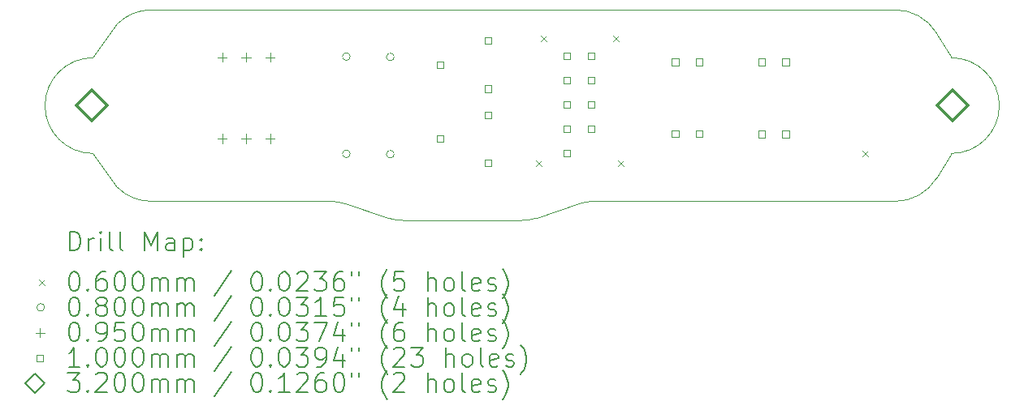
<source format=gbr>
%TF.GenerationSoftware,KiCad,Pcbnew,8.0.4*%
%TF.CreationDate,2024-08-20T15:06:30-04:00*%
%TF.ProjectId,VectexController,56656374-6578-4436-9f6e-74726f6c6c65,rev?*%
%TF.SameCoordinates,Original*%
%TF.FileFunction,Drillmap*%
%TF.FilePolarity,Positive*%
%FSLAX45Y45*%
G04 Gerber Fmt 4.5, Leading zero omitted, Abs format (unit mm)*
G04 Created by KiCad (PCBNEW 8.0.4) date 2024-08-20 15:06:30*
%MOMM*%
%LPD*%
G01*
G04 APERTURE LIST*
%ADD10C,0.100000*%
%ADD11C,0.200000*%
%ADD12C,0.320000*%
G04 APERTURE END LIST*
D10*
X19800000Y-8000000D02*
X19644441Y-7740736D01*
X13319120Y-9500000D02*
G75*
G02*
X13477102Y-9525615I-1J-500000D01*
G01*
X15920337Y-9526011D02*
X15479664Y-9673989D01*
X10850000Y-9000000D02*
X11103563Y-9353573D01*
X19216890Y-7500000D02*
G75*
G02*
X19644442Y-7740735I0J-500040D01*
G01*
X14081813Y-9700000D02*
G75*
G02*
X13923831Y-9674387I-3J500000D01*
G01*
X19216910Y-9500000D02*
X16079503Y-9500000D01*
X11103553Y-7646447D02*
G75*
G02*
X11457107Y-7500002I353547J-353543D01*
G01*
X10850000Y-8000000D02*
X11103550Y-7646445D01*
X19216890Y-7500000D02*
X11457107Y-7500000D01*
X19645648Y-9257253D02*
G75*
G02*
X19216910Y-9500000I-428738J257243D01*
G01*
X13477102Y-9525614D02*
X13923831Y-9674386D01*
X14081813Y-9700000D02*
X15320497Y-9700000D01*
X19800000Y-9000000D02*
X19645648Y-9257253D01*
X15920337Y-9526011D02*
G75*
G02*
X16079503Y-9500000I159173J-474030D01*
G01*
X11457120Y-9500000D02*
X13319120Y-9500000D01*
X10850000Y-9000000D02*
G75*
G02*
X10850000Y-8000000I0J500000D01*
G01*
X11457120Y-9500000D02*
G75*
G02*
X11103567Y-9353570I0J500040D01*
G01*
X19800000Y-8000000D02*
G75*
G02*
X19800000Y-9000000I0J-500000D01*
G01*
X15479664Y-9673989D02*
G75*
G02*
X15320497Y-9700000I-159174J474029D01*
G01*
D11*
D10*
X15470000Y-9070000D02*
X15530000Y-9130000D01*
X15530000Y-9070000D02*
X15470000Y-9130000D01*
X15520000Y-7770000D02*
X15580000Y-7830000D01*
X15580000Y-7770000D02*
X15520000Y-7830000D01*
X16270000Y-7770000D02*
X16330000Y-7830000D01*
X16330000Y-7770000D02*
X16270000Y-7830000D01*
X16320000Y-9070000D02*
X16380000Y-9130000D01*
X16380000Y-9070000D02*
X16320000Y-9130000D01*
X18870000Y-8970000D02*
X18930000Y-9030000D01*
X18930000Y-8970000D02*
X18870000Y-9030000D01*
X13531447Y-7988447D02*
G75*
G02*
X13451447Y-7988447I-40000J0D01*
G01*
X13451447Y-7988447D02*
G75*
G02*
X13531447Y-7988447I40000J0D01*
G01*
X13531447Y-9004447D02*
G75*
G02*
X13451447Y-9004447I-40000J0D01*
G01*
X13451447Y-9004447D02*
G75*
G02*
X13531447Y-9004447I40000J0D01*
G01*
X13990000Y-7992000D02*
G75*
G02*
X13910000Y-7992000I-40000J0D01*
G01*
X13910000Y-7992000D02*
G75*
G02*
X13990000Y-7992000I40000J0D01*
G01*
X13990000Y-9008000D02*
G75*
G02*
X13910000Y-9008000I-40000J0D01*
G01*
X13910000Y-9008000D02*
G75*
G02*
X13990000Y-9008000I40000J0D01*
G01*
X12196447Y-7946447D02*
X12196447Y-8041447D01*
X12148947Y-7993947D02*
X12243947Y-7993947D01*
X12196447Y-8796447D02*
X12196447Y-8891447D01*
X12148947Y-8843947D02*
X12243947Y-8843947D01*
X12446447Y-7946447D02*
X12446447Y-8041447D01*
X12398947Y-7993947D02*
X12493947Y-7993947D01*
X12446447Y-8796447D02*
X12446447Y-8891447D01*
X12398947Y-8843947D02*
X12493947Y-8843947D01*
X12696447Y-7946447D02*
X12696447Y-8041447D01*
X12648947Y-7993947D02*
X12743947Y-7993947D01*
X12696447Y-8796447D02*
X12696447Y-8891447D01*
X12648947Y-8843947D02*
X12743947Y-8843947D01*
X14505802Y-8107802D02*
X14505802Y-8037091D01*
X14435091Y-8037091D01*
X14435091Y-8107802D01*
X14505802Y-8107802D01*
X14505802Y-8881802D02*
X14505802Y-8811091D01*
X14435091Y-8811091D01*
X14435091Y-8881802D01*
X14505802Y-8881802D01*
X15005802Y-7857802D02*
X15005802Y-7787091D01*
X14935091Y-7787091D01*
X14935091Y-7857802D01*
X15005802Y-7857802D01*
X15005802Y-8357802D02*
X15005802Y-8287091D01*
X14935091Y-8287091D01*
X14935091Y-8357802D01*
X15005802Y-8357802D01*
X15005802Y-8631802D02*
X15005802Y-8561091D01*
X14935091Y-8561091D01*
X14935091Y-8631802D01*
X15005802Y-8631802D01*
X15005802Y-9131802D02*
X15005802Y-9061091D01*
X14935091Y-9061091D01*
X14935091Y-9131802D01*
X15005802Y-9131802D01*
X15827802Y-8015802D02*
X15827802Y-7945091D01*
X15757091Y-7945091D01*
X15757091Y-8015802D01*
X15827802Y-8015802D01*
X15827802Y-8269802D02*
X15827802Y-8199091D01*
X15757091Y-8199091D01*
X15757091Y-8269802D01*
X15827802Y-8269802D01*
X15827802Y-8523802D02*
X15827802Y-8453091D01*
X15757091Y-8453091D01*
X15757091Y-8523802D01*
X15827802Y-8523802D01*
X15827802Y-8777802D02*
X15827802Y-8707091D01*
X15757091Y-8707091D01*
X15757091Y-8777802D01*
X15827802Y-8777802D01*
X15827802Y-9031802D02*
X15827802Y-8961091D01*
X15757091Y-8961091D01*
X15757091Y-9031802D01*
X15827802Y-9031802D01*
X16081802Y-8015802D02*
X16081802Y-7945091D01*
X16011091Y-7945091D01*
X16011091Y-8015802D01*
X16081802Y-8015802D01*
X16081802Y-8269802D02*
X16081802Y-8199091D01*
X16011091Y-8199091D01*
X16011091Y-8269802D01*
X16081802Y-8269802D01*
X16081802Y-8523802D02*
X16081802Y-8453091D01*
X16011091Y-8453091D01*
X16011091Y-8523802D01*
X16081802Y-8523802D01*
X16081802Y-8777802D02*
X16081802Y-8707091D01*
X16011091Y-8707091D01*
X16011091Y-8777802D01*
X16081802Y-8777802D01*
X16956802Y-8079302D02*
X16956802Y-8008591D01*
X16886091Y-8008591D01*
X16886091Y-8079302D01*
X16956802Y-8079302D01*
X16956802Y-8829302D02*
X16956802Y-8758591D01*
X16886091Y-8758591D01*
X16886091Y-8829302D01*
X16956802Y-8829302D01*
X17206802Y-8079302D02*
X17206802Y-8008591D01*
X17136091Y-8008591D01*
X17136091Y-8079302D01*
X17206802Y-8079302D01*
X17206802Y-8829302D02*
X17206802Y-8758591D01*
X17136091Y-8758591D01*
X17136091Y-8829302D01*
X17206802Y-8829302D01*
X17856802Y-8079302D02*
X17856802Y-8008591D01*
X17786091Y-8008591D01*
X17786091Y-8079302D01*
X17856802Y-8079302D01*
X17856802Y-8831802D02*
X17856802Y-8761091D01*
X17786091Y-8761091D01*
X17786091Y-8831802D01*
X17856802Y-8831802D01*
X18106802Y-8079302D02*
X18106802Y-8008591D01*
X18036091Y-8008591D01*
X18036091Y-8079302D01*
X18106802Y-8079302D01*
X18106802Y-8831802D02*
X18106802Y-8761091D01*
X18036091Y-8761091D01*
X18036091Y-8831802D01*
X18106802Y-8831802D01*
D12*
X10840000Y-8660000D02*
X11000000Y-8500000D01*
X10840000Y-8340000D01*
X10680000Y-8500000D01*
X10840000Y-8660000D01*
X19810000Y-8660000D02*
X19970000Y-8500000D01*
X19810000Y-8340000D01*
X19650000Y-8500000D01*
X19810000Y-8660000D01*
D11*
X10605777Y-10016484D02*
X10605777Y-9816484D01*
X10605777Y-9816484D02*
X10653396Y-9816484D01*
X10653396Y-9816484D02*
X10681967Y-9826008D01*
X10681967Y-9826008D02*
X10701015Y-9845055D01*
X10701015Y-9845055D02*
X10710539Y-9864103D01*
X10710539Y-9864103D02*
X10720063Y-9902198D01*
X10720063Y-9902198D02*
X10720063Y-9930770D01*
X10720063Y-9930770D02*
X10710539Y-9968865D01*
X10710539Y-9968865D02*
X10701015Y-9987912D01*
X10701015Y-9987912D02*
X10681967Y-10006960D01*
X10681967Y-10006960D02*
X10653396Y-10016484D01*
X10653396Y-10016484D02*
X10605777Y-10016484D01*
X10805777Y-10016484D02*
X10805777Y-9883150D01*
X10805777Y-9921246D02*
X10815301Y-9902198D01*
X10815301Y-9902198D02*
X10824825Y-9892674D01*
X10824825Y-9892674D02*
X10843872Y-9883150D01*
X10843872Y-9883150D02*
X10862920Y-9883150D01*
X10929586Y-10016484D02*
X10929586Y-9883150D01*
X10929586Y-9816484D02*
X10920063Y-9826008D01*
X10920063Y-9826008D02*
X10929586Y-9835531D01*
X10929586Y-9835531D02*
X10939110Y-9826008D01*
X10939110Y-9826008D02*
X10929586Y-9816484D01*
X10929586Y-9816484D02*
X10929586Y-9835531D01*
X11053396Y-10016484D02*
X11034348Y-10006960D01*
X11034348Y-10006960D02*
X11024825Y-9987912D01*
X11024825Y-9987912D02*
X11024825Y-9816484D01*
X11158158Y-10016484D02*
X11139110Y-10006960D01*
X11139110Y-10006960D02*
X11129586Y-9987912D01*
X11129586Y-9987912D02*
X11129586Y-9816484D01*
X11386729Y-10016484D02*
X11386729Y-9816484D01*
X11386729Y-9816484D02*
X11453396Y-9959341D01*
X11453396Y-9959341D02*
X11520063Y-9816484D01*
X11520063Y-9816484D02*
X11520063Y-10016484D01*
X11701015Y-10016484D02*
X11701015Y-9911722D01*
X11701015Y-9911722D02*
X11691491Y-9892674D01*
X11691491Y-9892674D02*
X11672444Y-9883150D01*
X11672444Y-9883150D02*
X11634348Y-9883150D01*
X11634348Y-9883150D02*
X11615301Y-9892674D01*
X11701015Y-10006960D02*
X11681967Y-10016484D01*
X11681967Y-10016484D02*
X11634348Y-10016484D01*
X11634348Y-10016484D02*
X11615301Y-10006960D01*
X11615301Y-10006960D02*
X11605777Y-9987912D01*
X11605777Y-9987912D02*
X11605777Y-9968865D01*
X11605777Y-9968865D02*
X11615301Y-9949817D01*
X11615301Y-9949817D02*
X11634348Y-9940293D01*
X11634348Y-9940293D02*
X11681967Y-9940293D01*
X11681967Y-9940293D02*
X11701015Y-9930770D01*
X11796253Y-9883150D02*
X11796253Y-10083150D01*
X11796253Y-9892674D02*
X11815301Y-9883150D01*
X11815301Y-9883150D02*
X11853396Y-9883150D01*
X11853396Y-9883150D02*
X11872444Y-9892674D01*
X11872444Y-9892674D02*
X11881967Y-9902198D01*
X11881967Y-9902198D02*
X11891491Y-9921246D01*
X11891491Y-9921246D02*
X11891491Y-9978389D01*
X11891491Y-9978389D02*
X11881967Y-9997436D01*
X11881967Y-9997436D02*
X11872444Y-10006960D01*
X11872444Y-10006960D02*
X11853396Y-10016484D01*
X11853396Y-10016484D02*
X11815301Y-10016484D01*
X11815301Y-10016484D02*
X11796253Y-10006960D01*
X11977205Y-9997436D02*
X11986729Y-10006960D01*
X11986729Y-10006960D02*
X11977205Y-10016484D01*
X11977205Y-10016484D02*
X11967682Y-10006960D01*
X11967682Y-10006960D02*
X11977205Y-9997436D01*
X11977205Y-9997436D02*
X11977205Y-10016484D01*
X11977205Y-9892674D02*
X11986729Y-9902198D01*
X11986729Y-9902198D02*
X11977205Y-9911722D01*
X11977205Y-9911722D02*
X11967682Y-9902198D01*
X11967682Y-9902198D02*
X11977205Y-9892674D01*
X11977205Y-9892674D02*
X11977205Y-9911722D01*
D10*
X10285000Y-10315000D02*
X10345000Y-10375000D01*
X10345000Y-10315000D02*
X10285000Y-10375000D01*
D11*
X10643872Y-10236484D02*
X10662920Y-10236484D01*
X10662920Y-10236484D02*
X10681967Y-10246008D01*
X10681967Y-10246008D02*
X10691491Y-10255531D01*
X10691491Y-10255531D02*
X10701015Y-10274579D01*
X10701015Y-10274579D02*
X10710539Y-10312674D01*
X10710539Y-10312674D02*
X10710539Y-10360293D01*
X10710539Y-10360293D02*
X10701015Y-10398389D01*
X10701015Y-10398389D02*
X10691491Y-10417436D01*
X10691491Y-10417436D02*
X10681967Y-10426960D01*
X10681967Y-10426960D02*
X10662920Y-10436484D01*
X10662920Y-10436484D02*
X10643872Y-10436484D01*
X10643872Y-10436484D02*
X10624825Y-10426960D01*
X10624825Y-10426960D02*
X10615301Y-10417436D01*
X10615301Y-10417436D02*
X10605777Y-10398389D01*
X10605777Y-10398389D02*
X10596253Y-10360293D01*
X10596253Y-10360293D02*
X10596253Y-10312674D01*
X10596253Y-10312674D02*
X10605777Y-10274579D01*
X10605777Y-10274579D02*
X10615301Y-10255531D01*
X10615301Y-10255531D02*
X10624825Y-10246008D01*
X10624825Y-10246008D02*
X10643872Y-10236484D01*
X10796253Y-10417436D02*
X10805777Y-10426960D01*
X10805777Y-10426960D02*
X10796253Y-10436484D01*
X10796253Y-10436484D02*
X10786729Y-10426960D01*
X10786729Y-10426960D02*
X10796253Y-10417436D01*
X10796253Y-10417436D02*
X10796253Y-10436484D01*
X10977206Y-10236484D02*
X10939110Y-10236484D01*
X10939110Y-10236484D02*
X10920063Y-10246008D01*
X10920063Y-10246008D02*
X10910539Y-10255531D01*
X10910539Y-10255531D02*
X10891491Y-10284103D01*
X10891491Y-10284103D02*
X10881967Y-10322198D01*
X10881967Y-10322198D02*
X10881967Y-10398389D01*
X10881967Y-10398389D02*
X10891491Y-10417436D01*
X10891491Y-10417436D02*
X10901015Y-10426960D01*
X10901015Y-10426960D02*
X10920063Y-10436484D01*
X10920063Y-10436484D02*
X10958158Y-10436484D01*
X10958158Y-10436484D02*
X10977206Y-10426960D01*
X10977206Y-10426960D02*
X10986729Y-10417436D01*
X10986729Y-10417436D02*
X10996253Y-10398389D01*
X10996253Y-10398389D02*
X10996253Y-10350770D01*
X10996253Y-10350770D02*
X10986729Y-10331722D01*
X10986729Y-10331722D02*
X10977206Y-10322198D01*
X10977206Y-10322198D02*
X10958158Y-10312674D01*
X10958158Y-10312674D02*
X10920063Y-10312674D01*
X10920063Y-10312674D02*
X10901015Y-10322198D01*
X10901015Y-10322198D02*
X10891491Y-10331722D01*
X10891491Y-10331722D02*
X10881967Y-10350770D01*
X11120063Y-10236484D02*
X11139110Y-10236484D01*
X11139110Y-10236484D02*
X11158158Y-10246008D01*
X11158158Y-10246008D02*
X11167682Y-10255531D01*
X11167682Y-10255531D02*
X11177206Y-10274579D01*
X11177206Y-10274579D02*
X11186729Y-10312674D01*
X11186729Y-10312674D02*
X11186729Y-10360293D01*
X11186729Y-10360293D02*
X11177206Y-10398389D01*
X11177206Y-10398389D02*
X11167682Y-10417436D01*
X11167682Y-10417436D02*
X11158158Y-10426960D01*
X11158158Y-10426960D02*
X11139110Y-10436484D01*
X11139110Y-10436484D02*
X11120063Y-10436484D01*
X11120063Y-10436484D02*
X11101015Y-10426960D01*
X11101015Y-10426960D02*
X11091491Y-10417436D01*
X11091491Y-10417436D02*
X11081967Y-10398389D01*
X11081967Y-10398389D02*
X11072444Y-10360293D01*
X11072444Y-10360293D02*
X11072444Y-10312674D01*
X11072444Y-10312674D02*
X11081967Y-10274579D01*
X11081967Y-10274579D02*
X11091491Y-10255531D01*
X11091491Y-10255531D02*
X11101015Y-10246008D01*
X11101015Y-10246008D02*
X11120063Y-10236484D01*
X11310539Y-10236484D02*
X11329586Y-10236484D01*
X11329586Y-10236484D02*
X11348634Y-10246008D01*
X11348634Y-10246008D02*
X11358158Y-10255531D01*
X11358158Y-10255531D02*
X11367682Y-10274579D01*
X11367682Y-10274579D02*
X11377205Y-10312674D01*
X11377205Y-10312674D02*
X11377205Y-10360293D01*
X11377205Y-10360293D02*
X11367682Y-10398389D01*
X11367682Y-10398389D02*
X11358158Y-10417436D01*
X11358158Y-10417436D02*
X11348634Y-10426960D01*
X11348634Y-10426960D02*
X11329586Y-10436484D01*
X11329586Y-10436484D02*
X11310539Y-10436484D01*
X11310539Y-10436484D02*
X11291491Y-10426960D01*
X11291491Y-10426960D02*
X11281967Y-10417436D01*
X11281967Y-10417436D02*
X11272444Y-10398389D01*
X11272444Y-10398389D02*
X11262920Y-10360293D01*
X11262920Y-10360293D02*
X11262920Y-10312674D01*
X11262920Y-10312674D02*
X11272444Y-10274579D01*
X11272444Y-10274579D02*
X11281967Y-10255531D01*
X11281967Y-10255531D02*
X11291491Y-10246008D01*
X11291491Y-10246008D02*
X11310539Y-10236484D01*
X11462920Y-10436484D02*
X11462920Y-10303150D01*
X11462920Y-10322198D02*
X11472444Y-10312674D01*
X11472444Y-10312674D02*
X11491491Y-10303150D01*
X11491491Y-10303150D02*
X11520063Y-10303150D01*
X11520063Y-10303150D02*
X11539110Y-10312674D01*
X11539110Y-10312674D02*
X11548634Y-10331722D01*
X11548634Y-10331722D02*
X11548634Y-10436484D01*
X11548634Y-10331722D02*
X11558158Y-10312674D01*
X11558158Y-10312674D02*
X11577205Y-10303150D01*
X11577205Y-10303150D02*
X11605777Y-10303150D01*
X11605777Y-10303150D02*
X11624825Y-10312674D01*
X11624825Y-10312674D02*
X11634348Y-10331722D01*
X11634348Y-10331722D02*
X11634348Y-10436484D01*
X11729586Y-10436484D02*
X11729586Y-10303150D01*
X11729586Y-10322198D02*
X11739110Y-10312674D01*
X11739110Y-10312674D02*
X11758158Y-10303150D01*
X11758158Y-10303150D02*
X11786729Y-10303150D01*
X11786729Y-10303150D02*
X11805777Y-10312674D01*
X11805777Y-10312674D02*
X11815301Y-10331722D01*
X11815301Y-10331722D02*
X11815301Y-10436484D01*
X11815301Y-10331722D02*
X11824825Y-10312674D01*
X11824825Y-10312674D02*
X11843872Y-10303150D01*
X11843872Y-10303150D02*
X11872444Y-10303150D01*
X11872444Y-10303150D02*
X11891491Y-10312674D01*
X11891491Y-10312674D02*
X11901015Y-10331722D01*
X11901015Y-10331722D02*
X11901015Y-10436484D01*
X12291491Y-10226960D02*
X12120063Y-10484103D01*
X12548634Y-10236484D02*
X12567682Y-10236484D01*
X12567682Y-10236484D02*
X12586729Y-10246008D01*
X12586729Y-10246008D02*
X12596253Y-10255531D01*
X12596253Y-10255531D02*
X12605777Y-10274579D01*
X12605777Y-10274579D02*
X12615301Y-10312674D01*
X12615301Y-10312674D02*
X12615301Y-10360293D01*
X12615301Y-10360293D02*
X12605777Y-10398389D01*
X12605777Y-10398389D02*
X12596253Y-10417436D01*
X12596253Y-10417436D02*
X12586729Y-10426960D01*
X12586729Y-10426960D02*
X12567682Y-10436484D01*
X12567682Y-10436484D02*
X12548634Y-10436484D01*
X12548634Y-10436484D02*
X12529587Y-10426960D01*
X12529587Y-10426960D02*
X12520063Y-10417436D01*
X12520063Y-10417436D02*
X12510539Y-10398389D01*
X12510539Y-10398389D02*
X12501015Y-10360293D01*
X12501015Y-10360293D02*
X12501015Y-10312674D01*
X12501015Y-10312674D02*
X12510539Y-10274579D01*
X12510539Y-10274579D02*
X12520063Y-10255531D01*
X12520063Y-10255531D02*
X12529587Y-10246008D01*
X12529587Y-10246008D02*
X12548634Y-10236484D01*
X12701015Y-10417436D02*
X12710539Y-10426960D01*
X12710539Y-10426960D02*
X12701015Y-10436484D01*
X12701015Y-10436484D02*
X12691491Y-10426960D01*
X12691491Y-10426960D02*
X12701015Y-10417436D01*
X12701015Y-10417436D02*
X12701015Y-10436484D01*
X12834348Y-10236484D02*
X12853396Y-10236484D01*
X12853396Y-10236484D02*
X12872444Y-10246008D01*
X12872444Y-10246008D02*
X12881968Y-10255531D01*
X12881968Y-10255531D02*
X12891491Y-10274579D01*
X12891491Y-10274579D02*
X12901015Y-10312674D01*
X12901015Y-10312674D02*
X12901015Y-10360293D01*
X12901015Y-10360293D02*
X12891491Y-10398389D01*
X12891491Y-10398389D02*
X12881968Y-10417436D01*
X12881968Y-10417436D02*
X12872444Y-10426960D01*
X12872444Y-10426960D02*
X12853396Y-10436484D01*
X12853396Y-10436484D02*
X12834348Y-10436484D01*
X12834348Y-10436484D02*
X12815301Y-10426960D01*
X12815301Y-10426960D02*
X12805777Y-10417436D01*
X12805777Y-10417436D02*
X12796253Y-10398389D01*
X12796253Y-10398389D02*
X12786729Y-10360293D01*
X12786729Y-10360293D02*
X12786729Y-10312674D01*
X12786729Y-10312674D02*
X12796253Y-10274579D01*
X12796253Y-10274579D02*
X12805777Y-10255531D01*
X12805777Y-10255531D02*
X12815301Y-10246008D01*
X12815301Y-10246008D02*
X12834348Y-10236484D01*
X12977206Y-10255531D02*
X12986729Y-10246008D01*
X12986729Y-10246008D02*
X13005777Y-10236484D01*
X13005777Y-10236484D02*
X13053396Y-10236484D01*
X13053396Y-10236484D02*
X13072444Y-10246008D01*
X13072444Y-10246008D02*
X13081968Y-10255531D01*
X13081968Y-10255531D02*
X13091491Y-10274579D01*
X13091491Y-10274579D02*
X13091491Y-10293627D01*
X13091491Y-10293627D02*
X13081968Y-10322198D01*
X13081968Y-10322198D02*
X12967682Y-10436484D01*
X12967682Y-10436484D02*
X13091491Y-10436484D01*
X13158158Y-10236484D02*
X13281968Y-10236484D01*
X13281968Y-10236484D02*
X13215301Y-10312674D01*
X13215301Y-10312674D02*
X13243872Y-10312674D01*
X13243872Y-10312674D02*
X13262920Y-10322198D01*
X13262920Y-10322198D02*
X13272444Y-10331722D01*
X13272444Y-10331722D02*
X13281968Y-10350770D01*
X13281968Y-10350770D02*
X13281968Y-10398389D01*
X13281968Y-10398389D02*
X13272444Y-10417436D01*
X13272444Y-10417436D02*
X13262920Y-10426960D01*
X13262920Y-10426960D02*
X13243872Y-10436484D01*
X13243872Y-10436484D02*
X13186729Y-10436484D01*
X13186729Y-10436484D02*
X13167682Y-10426960D01*
X13167682Y-10426960D02*
X13158158Y-10417436D01*
X13453396Y-10236484D02*
X13415301Y-10236484D01*
X13415301Y-10236484D02*
X13396253Y-10246008D01*
X13396253Y-10246008D02*
X13386729Y-10255531D01*
X13386729Y-10255531D02*
X13367682Y-10284103D01*
X13367682Y-10284103D02*
X13358158Y-10322198D01*
X13358158Y-10322198D02*
X13358158Y-10398389D01*
X13358158Y-10398389D02*
X13367682Y-10417436D01*
X13367682Y-10417436D02*
X13377206Y-10426960D01*
X13377206Y-10426960D02*
X13396253Y-10436484D01*
X13396253Y-10436484D02*
X13434349Y-10436484D01*
X13434349Y-10436484D02*
X13453396Y-10426960D01*
X13453396Y-10426960D02*
X13462920Y-10417436D01*
X13462920Y-10417436D02*
X13472444Y-10398389D01*
X13472444Y-10398389D02*
X13472444Y-10350770D01*
X13472444Y-10350770D02*
X13462920Y-10331722D01*
X13462920Y-10331722D02*
X13453396Y-10322198D01*
X13453396Y-10322198D02*
X13434349Y-10312674D01*
X13434349Y-10312674D02*
X13396253Y-10312674D01*
X13396253Y-10312674D02*
X13377206Y-10322198D01*
X13377206Y-10322198D02*
X13367682Y-10331722D01*
X13367682Y-10331722D02*
X13358158Y-10350770D01*
X13548634Y-10236484D02*
X13548634Y-10274579D01*
X13624825Y-10236484D02*
X13624825Y-10274579D01*
X13920063Y-10512674D02*
X13910539Y-10503150D01*
X13910539Y-10503150D02*
X13891491Y-10474579D01*
X13891491Y-10474579D02*
X13881968Y-10455531D01*
X13881968Y-10455531D02*
X13872444Y-10426960D01*
X13872444Y-10426960D02*
X13862920Y-10379341D01*
X13862920Y-10379341D02*
X13862920Y-10341246D01*
X13862920Y-10341246D02*
X13872444Y-10293627D01*
X13872444Y-10293627D02*
X13881968Y-10265055D01*
X13881968Y-10265055D02*
X13891491Y-10246008D01*
X13891491Y-10246008D02*
X13910539Y-10217436D01*
X13910539Y-10217436D02*
X13920063Y-10207912D01*
X14091491Y-10236484D02*
X13996253Y-10236484D01*
X13996253Y-10236484D02*
X13986730Y-10331722D01*
X13986730Y-10331722D02*
X13996253Y-10322198D01*
X13996253Y-10322198D02*
X14015301Y-10312674D01*
X14015301Y-10312674D02*
X14062920Y-10312674D01*
X14062920Y-10312674D02*
X14081968Y-10322198D01*
X14081968Y-10322198D02*
X14091491Y-10331722D01*
X14091491Y-10331722D02*
X14101015Y-10350770D01*
X14101015Y-10350770D02*
X14101015Y-10398389D01*
X14101015Y-10398389D02*
X14091491Y-10417436D01*
X14091491Y-10417436D02*
X14081968Y-10426960D01*
X14081968Y-10426960D02*
X14062920Y-10436484D01*
X14062920Y-10436484D02*
X14015301Y-10436484D01*
X14015301Y-10436484D02*
X13996253Y-10426960D01*
X13996253Y-10426960D02*
X13986730Y-10417436D01*
X14339111Y-10436484D02*
X14339111Y-10236484D01*
X14424825Y-10436484D02*
X14424825Y-10331722D01*
X14424825Y-10331722D02*
X14415301Y-10312674D01*
X14415301Y-10312674D02*
X14396253Y-10303150D01*
X14396253Y-10303150D02*
X14367682Y-10303150D01*
X14367682Y-10303150D02*
X14348634Y-10312674D01*
X14348634Y-10312674D02*
X14339111Y-10322198D01*
X14548634Y-10436484D02*
X14529587Y-10426960D01*
X14529587Y-10426960D02*
X14520063Y-10417436D01*
X14520063Y-10417436D02*
X14510539Y-10398389D01*
X14510539Y-10398389D02*
X14510539Y-10341246D01*
X14510539Y-10341246D02*
X14520063Y-10322198D01*
X14520063Y-10322198D02*
X14529587Y-10312674D01*
X14529587Y-10312674D02*
X14548634Y-10303150D01*
X14548634Y-10303150D02*
X14577206Y-10303150D01*
X14577206Y-10303150D02*
X14596253Y-10312674D01*
X14596253Y-10312674D02*
X14605777Y-10322198D01*
X14605777Y-10322198D02*
X14615301Y-10341246D01*
X14615301Y-10341246D02*
X14615301Y-10398389D01*
X14615301Y-10398389D02*
X14605777Y-10417436D01*
X14605777Y-10417436D02*
X14596253Y-10426960D01*
X14596253Y-10426960D02*
X14577206Y-10436484D01*
X14577206Y-10436484D02*
X14548634Y-10436484D01*
X14729587Y-10436484D02*
X14710539Y-10426960D01*
X14710539Y-10426960D02*
X14701015Y-10407912D01*
X14701015Y-10407912D02*
X14701015Y-10236484D01*
X14881968Y-10426960D02*
X14862920Y-10436484D01*
X14862920Y-10436484D02*
X14824825Y-10436484D01*
X14824825Y-10436484D02*
X14805777Y-10426960D01*
X14805777Y-10426960D02*
X14796253Y-10407912D01*
X14796253Y-10407912D02*
X14796253Y-10331722D01*
X14796253Y-10331722D02*
X14805777Y-10312674D01*
X14805777Y-10312674D02*
X14824825Y-10303150D01*
X14824825Y-10303150D02*
X14862920Y-10303150D01*
X14862920Y-10303150D02*
X14881968Y-10312674D01*
X14881968Y-10312674D02*
X14891492Y-10331722D01*
X14891492Y-10331722D02*
X14891492Y-10350770D01*
X14891492Y-10350770D02*
X14796253Y-10369817D01*
X14967682Y-10426960D02*
X14986730Y-10436484D01*
X14986730Y-10436484D02*
X15024825Y-10436484D01*
X15024825Y-10436484D02*
X15043873Y-10426960D01*
X15043873Y-10426960D02*
X15053396Y-10407912D01*
X15053396Y-10407912D02*
X15053396Y-10398389D01*
X15053396Y-10398389D02*
X15043873Y-10379341D01*
X15043873Y-10379341D02*
X15024825Y-10369817D01*
X15024825Y-10369817D02*
X14996253Y-10369817D01*
X14996253Y-10369817D02*
X14977206Y-10360293D01*
X14977206Y-10360293D02*
X14967682Y-10341246D01*
X14967682Y-10341246D02*
X14967682Y-10331722D01*
X14967682Y-10331722D02*
X14977206Y-10312674D01*
X14977206Y-10312674D02*
X14996253Y-10303150D01*
X14996253Y-10303150D02*
X15024825Y-10303150D01*
X15024825Y-10303150D02*
X15043873Y-10312674D01*
X15120063Y-10512674D02*
X15129587Y-10503150D01*
X15129587Y-10503150D02*
X15148634Y-10474579D01*
X15148634Y-10474579D02*
X15158158Y-10455531D01*
X15158158Y-10455531D02*
X15167682Y-10426960D01*
X15167682Y-10426960D02*
X15177206Y-10379341D01*
X15177206Y-10379341D02*
X15177206Y-10341246D01*
X15177206Y-10341246D02*
X15167682Y-10293627D01*
X15167682Y-10293627D02*
X15158158Y-10265055D01*
X15158158Y-10265055D02*
X15148634Y-10246008D01*
X15148634Y-10246008D02*
X15129587Y-10217436D01*
X15129587Y-10217436D02*
X15120063Y-10207912D01*
D10*
X10345000Y-10609000D02*
G75*
G02*
X10265000Y-10609000I-40000J0D01*
G01*
X10265000Y-10609000D02*
G75*
G02*
X10345000Y-10609000I40000J0D01*
G01*
D11*
X10643872Y-10500484D02*
X10662920Y-10500484D01*
X10662920Y-10500484D02*
X10681967Y-10510008D01*
X10681967Y-10510008D02*
X10691491Y-10519531D01*
X10691491Y-10519531D02*
X10701015Y-10538579D01*
X10701015Y-10538579D02*
X10710539Y-10576674D01*
X10710539Y-10576674D02*
X10710539Y-10624293D01*
X10710539Y-10624293D02*
X10701015Y-10662389D01*
X10701015Y-10662389D02*
X10691491Y-10681436D01*
X10691491Y-10681436D02*
X10681967Y-10690960D01*
X10681967Y-10690960D02*
X10662920Y-10700484D01*
X10662920Y-10700484D02*
X10643872Y-10700484D01*
X10643872Y-10700484D02*
X10624825Y-10690960D01*
X10624825Y-10690960D02*
X10615301Y-10681436D01*
X10615301Y-10681436D02*
X10605777Y-10662389D01*
X10605777Y-10662389D02*
X10596253Y-10624293D01*
X10596253Y-10624293D02*
X10596253Y-10576674D01*
X10596253Y-10576674D02*
X10605777Y-10538579D01*
X10605777Y-10538579D02*
X10615301Y-10519531D01*
X10615301Y-10519531D02*
X10624825Y-10510008D01*
X10624825Y-10510008D02*
X10643872Y-10500484D01*
X10796253Y-10681436D02*
X10805777Y-10690960D01*
X10805777Y-10690960D02*
X10796253Y-10700484D01*
X10796253Y-10700484D02*
X10786729Y-10690960D01*
X10786729Y-10690960D02*
X10796253Y-10681436D01*
X10796253Y-10681436D02*
X10796253Y-10700484D01*
X10920063Y-10586198D02*
X10901015Y-10576674D01*
X10901015Y-10576674D02*
X10891491Y-10567150D01*
X10891491Y-10567150D02*
X10881967Y-10548103D01*
X10881967Y-10548103D02*
X10881967Y-10538579D01*
X10881967Y-10538579D02*
X10891491Y-10519531D01*
X10891491Y-10519531D02*
X10901015Y-10510008D01*
X10901015Y-10510008D02*
X10920063Y-10500484D01*
X10920063Y-10500484D02*
X10958158Y-10500484D01*
X10958158Y-10500484D02*
X10977206Y-10510008D01*
X10977206Y-10510008D02*
X10986729Y-10519531D01*
X10986729Y-10519531D02*
X10996253Y-10538579D01*
X10996253Y-10538579D02*
X10996253Y-10548103D01*
X10996253Y-10548103D02*
X10986729Y-10567150D01*
X10986729Y-10567150D02*
X10977206Y-10576674D01*
X10977206Y-10576674D02*
X10958158Y-10586198D01*
X10958158Y-10586198D02*
X10920063Y-10586198D01*
X10920063Y-10586198D02*
X10901015Y-10595722D01*
X10901015Y-10595722D02*
X10891491Y-10605246D01*
X10891491Y-10605246D02*
X10881967Y-10624293D01*
X10881967Y-10624293D02*
X10881967Y-10662389D01*
X10881967Y-10662389D02*
X10891491Y-10681436D01*
X10891491Y-10681436D02*
X10901015Y-10690960D01*
X10901015Y-10690960D02*
X10920063Y-10700484D01*
X10920063Y-10700484D02*
X10958158Y-10700484D01*
X10958158Y-10700484D02*
X10977206Y-10690960D01*
X10977206Y-10690960D02*
X10986729Y-10681436D01*
X10986729Y-10681436D02*
X10996253Y-10662389D01*
X10996253Y-10662389D02*
X10996253Y-10624293D01*
X10996253Y-10624293D02*
X10986729Y-10605246D01*
X10986729Y-10605246D02*
X10977206Y-10595722D01*
X10977206Y-10595722D02*
X10958158Y-10586198D01*
X11120063Y-10500484D02*
X11139110Y-10500484D01*
X11139110Y-10500484D02*
X11158158Y-10510008D01*
X11158158Y-10510008D02*
X11167682Y-10519531D01*
X11167682Y-10519531D02*
X11177206Y-10538579D01*
X11177206Y-10538579D02*
X11186729Y-10576674D01*
X11186729Y-10576674D02*
X11186729Y-10624293D01*
X11186729Y-10624293D02*
X11177206Y-10662389D01*
X11177206Y-10662389D02*
X11167682Y-10681436D01*
X11167682Y-10681436D02*
X11158158Y-10690960D01*
X11158158Y-10690960D02*
X11139110Y-10700484D01*
X11139110Y-10700484D02*
X11120063Y-10700484D01*
X11120063Y-10700484D02*
X11101015Y-10690960D01*
X11101015Y-10690960D02*
X11091491Y-10681436D01*
X11091491Y-10681436D02*
X11081967Y-10662389D01*
X11081967Y-10662389D02*
X11072444Y-10624293D01*
X11072444Y-10624293D02*
X11072444Y-10576674D01*
X11072444Y-10576674D02*
X11081967Y-10538579D01*
X11081967Y-10538579D02*
X11091491Y-10519531D01*
X11091491Y-10519531D02*
X11101015Y-10510008D01*
X11101015Y-10510008D02*
X11120063Y-10500484D01*
X11310539Y-10500484D02*
X11329586Y-10500484D01*
X11329586Y-10500484D02*
X11348634Y-10510008D01*
X11348634Y-10510008D02*
X11358158Y-10519531D01*
X11358158Y-10519531D02*
X11367682Y-10538579D01*
X11367682Y-10538579D02*
X11377205Y-10576674D01*
X11377205Y-10576674D02*
X11377205Y-10624293D01*
X11377205Y-10624293D02*
X11367682Y-10662389D01*
X11367682Y-10662389D02*
X11358158Y-10681436D01*
X11358158Y-10681436D02*
X11348634Y-10690960D01*
X11348634Y-10690960D02*
X11329586Y-10700484D01*
X11329586Y-10700484D02*
X11310539Y-10700484D01*
X11310539Y-10700484D02*
X11291491Y-10690960D01*
X11291491Y-10690960D02*
X11281967Y-10681436D01*
X11281967Y-10681436D02*
X11272444Y-10662389D01*
X11272444Y-10662389D02*
X11262920Y-10624293D01*
X11262920Y-10624293D02*
X11262920Y-10576674D01*
X11262920Y-10576674D02*
X11272444Y-10538579D01*
X11272444Y-10538579D02*
X11281967Y-10519531D01*
X11281967Y-10519531D02*
X11291491Y-10510008D01*
X11291491Y-10510008D02*
X11310539Y-10500484D01*
X11462920Y-10700484D02*
X11462920Y-10567150D01*
X11462920Y-10586198D02*
X11472444Y-10576674D01*
X11472444Y-10576674D02*
X11491491Y-10567150D01*
X11491491Y-10567150D02*
X11520063Y-10567150D01*
X11520063Y-10567150D02*
X11539110Y-10576674D01*
X11539110Y-10576674D02*
X11548634Y-10595722D01*
X11548634Y-10595722D02*
X11548634Y-10700484D01*
X11548634Y-10595722D02*
X11558158Y-10576674D01*
X11558158Y-10576674D02*
X11577205Y-10567150D01*
X11577205Y-10567150D02*
X11605777Y-10567150D01*
X11605777Y-10567150D02*
X11624825Y-10576674D01*
X11624825Y-10576674D02*
X11634348Y-10595722D01*
X11634348Y-10595722D02*
X11634348Y-10700484D01*
X11729586Y-10700484D02*
X11729586Y-10567150D01*
X11729586Y-10586198D02*
X11739110Y-10576674D01*
X11739110Y-10576674D02*
X11758158Y-10567150D01*
X11758158Y-10567150D02*
X11786729Y-10567150D01*
X11786729Y-10567150D02*
X11805777Y-10576674D01*
X11805777Y-10576674D02*
X11815301Y-10595722D01*
X11815301Y-10595722D02*
X11815301Y-10700484D01*
X11815301Y-10595722D02*
X11824825Y-10576674D01*
X11824825Y-10576674D02*
X11843872Y-10567150D01*
X11843872Y-10567150D02*
X11872444Y-10567150D01*
X11872444Y-10567150D02*
X11891491Y-10576674D01*
X11891491Y-10576674D02*
X11901015Y-10595722D01*
X11901015Y-10595722D02*
X11901015Y-10700484D01*
X12291491Y-10490960D02*
X12120063Y-10748103D01*
X12548634Y-10500484D02*
X12567682Y-10500484D01*
X12567682Y-10500484D02*
X12586729Y-10510008D01*
X12586729Y-10510008D02*
X12596253Y-10519531D01*
X12596253Y-10519531D02*
X12605777Y-10538579D01*
X12605777Y-10538579D02*
X12615301Y-10576674D01*
X12615301Y-10576674D02*
X12615301Y-10624293D01*
X12615301Y-10624293D02*
X12605777Y-10662389D01*
X12605777Y-10662389D02*
X12596253Y-10681436D01*
X12596253Y-10681436D02*
X12586729Y-10690960D01*
X12586729Y-10690960D02*
X12567682Y-10700484D01*
X12567682Y-10700484D02*
X12548634Y-10700484D01*
X12548634Y-10700484D02*
X12529587Y-10690960D01*
X12529587Y-10690960D02*
X12520063Y-10681436D01*
X12520063Y-10681436D02*
X12510539Y-10662389D01*
X12510539Y-10662389D02*
X12501015Y-10624293D01*
X12501015Y-10624293D02*
X12501015Y-10576674D01*
X12501015Y-10576674D02*
X12510539Y-10538579D01*
X12510539Y-10538579D02*
X12520063Y-10519531D01*
X12520063Y-10519531D02*
X12529587Y-10510008D01*
X12529587Y-10510008D02*
X12548634Y-10500484D01*
X12701015Y-10681436D02*
X12710539Y-10690960D01*
X12710539Y-10690960D02*
X12701015Y-10700484D01*
X12701015Y-10700484D02*
X12691491Y-10690960D01*
X12691491Y-10690960D02*
X12701015Y-10681436D01*
X12701015Y-10681436D02*
X12701015Y-10700484D01*
X12834348Y-10500484D02*
X12853396Y-10500484D01*
X12853396Y-10500484D02*
X12872444Y-10510008D01*
X12872444Y-10510008D02*
X12881968Y-10519531D01*
X12881968Y-10519531D02*
X12891491Y-10538579D01*
X12891491Y-10538579D02*
X12901015Y-10576674D01*
X12901015Y-10576674D02*
X12901015Y-10624293D01*
X12901015Y-10624293D02*
X12891491Y-10662389D01*
X12891491Y-10662389D02*
X12881968Y-10681436D01*
X12881968Y-10681436D02*
X12872444Y-10690960D01*
X12872444Y-10690960D02*
X12853396Y-10700484D01*
X12853396Y-10700484D02*
X12834348Y-10700484D01*
X12834348Y-10700484D02*
X12815301Y-10690960D01*
X12815301Y-10690960D02*
X12805777Y-10681436D01*
X12805777Y-10681436D02*
X12796253Y-10662389D01*
X12796253Y-10662389D02*
X12786729Y-10624293D01*
X12786729Y-10624293D02*
X12786729Y-10576674D01*
X12786729Y-10576674D02*
X12796253Y-10538579D01*
X12796253Y-10538579D02*
X12805777Y-10519531D01*
X12805777Y-10519531D02*
X12815301Y-10510008D01*
X12815301Y-10510008D02*
X12834348Y-10500484D01*
X12967682Y-10500484D02*
X13091491Y-10500484D01*
X13091491Y-10500484D02*
X13024825Y-10576674D01*
X13024825Y-10576674D02*
X13053396Y-10576674D01*
X13053396Y-10576674D02*
X13072444Y-10586198D01*
X13072444Y-10586198D02*
X13081968Y-10595722D01*
X13081968Y-10595722D02*
X13091491Y-10614770D01*
X13091491Y-10614770D02*
X13091491Y-10662389D01*
X13091491Y-10662389D02*
X13081968Y-10681436D01*
X13081968Y-10681436D02*
X13072444Y-10690960D01*
X13072444Y-10690960D02*
X13053396Y-10700484D01*
X13053396Y-10700484D02*
X12996253Y-10700484D01*
X12996253Y-10700484D02*
X12977206Y-10690960D01*
X12977206Y-10690960D02*
X12967682Y-10681436D01*
X13281968Y-10700484D02*
X13167682Y-10700484D01*
X13224825Y-10700484D02*
X13224825Y-10500484D01*
X13224825Y-10500484D02*
X13205777Y-10529055D01*
X13205777Y-10529055D02*
X13186729Y-10548103D01*
X13186729Y-10548103D02*
X13167682Y-10557627D01*
X13462920Y-10500484D02*
X13367682Y-10500484D01*
X13367682Y-10500484D02*
X13358158Y-10595722D01*
X13358158Y-10595722D02*
X13367682Y-10586198D01*
X13367682Y-10586198D02*
X13386729Y-10576674D01*
X13386729Y-10576674D02*
X13434349Y-10576674D01*
X13434349Y-10576674D02*
X13453396Y-10586198D01*
X13453396Y-10586198D02*
X13462920Y-10595722D01*
X13462920Y-10595722D02*
X13472444Y-10614770D01*
X13472444Y-10614770D02*
X13472444Y-10662389D01*
X13472444Y-10662389D02*
X13462920Y-10681436D01*
X13462920Y-10681436D02*
X13453396Y-10690960D01*
X13453396Y-10690960D02*
X13434349Y-10700484D01*
X13434349Y-10700484D02*
X13386729Y-10700484D01*
X13386729Y-10700484D02*
X13367682Y-10690960D01*
X13367682Y-10690960D02*
X13358158Y-10681436D01*
X13548634Y-10500484D02*
X13548634Y-10538579D01*
X13624825Y-10500484D02*
X13624825Y-10538579D01*
X13920063Y-10776674D02*
X13910539Y-10767150D01*
X13910539Y-10767150D02*
X13891491Y-10738579D01*
X13891491Y-10738579D02*
X13881968Y-10719531D01*
X13881968Y-10719531D02*
X13872444Y-10690960D01*
X13872444Y-10690960D02*
X13862920Y-10643341D01*
X13862920Y-10643341D02*
X13862920Y-10605246D01*
X13862920Y-10605246D02*
X13872444Y-10557627D01*
X13872444Y-10557627D02*
X13881968Y-10529055D01*
X13881968Y-10529055D02*
X13891491Y-10510008D01*
X13891491Y-10510008D02*
X13910539Y-10481436D01*
X13910539Y-10481436D02*
X13920063Y-10471912D01*
X14081968Y-10567150D02*
X14081968Y-10700484D01*
X14034349Y-10490960D02*
X13986730Y-10633817D01*
X13986730Y-10633817D02*
X14110539Y-10633817D01*
X14339111Y-10700484D02*
X14339111Y-10500484D01*
X14424825Y-10700484D02*
X14424825Y-10595722D01*
X14424825Y-10595722D02*
X14415301Y-10576674D01*
X14415301Y-10576674D02*
X14396253Y-10567150D01*
X14396253Y-10567150D02*
X14367682Y-10567150D01*
X14367682Y-10567150D02*
X14348634Y-10576674D01*
X14348634Y-10576674D02*
X14339111Y-10586198D01*
X14548634Y-10700484D02*
X14529587Y-10690960D01*
X14529587Y-10690960D02*
X14520063Y-10681436D01*
X14520063Y-10681436D02*
X14510539Y-10662389D01*
X14510539Y-10662389D02*
X14510539Y-10605246D01*
X14510539Y-10605246D02*
X14520063Y-10586198D01*
X14520063Y-10586198D02*
X14529587Y-10576674D01*
X14529587Y-10576674D02*
X14548634Y-10567150D01*
X14548634Y-10567150D02*
X14577206Y-10567150D01*
X14577206Y-10567150D02*
X14596253Y-10576674D01*
X14596253Y-10576674D02*
X14605777Y-10586198D01*
X14605777Y-10586198D02*
X14615301Y-10605246D01*
X14615301Y-10605246D02*
X14615301Y-10662389D01*
X14615301Y-10662389D02*
X14605777Y-10681436D01*
X14605777Y-10681436D02*
X14596253Y-10690960D01*
X14596253Y-10690960D02*
X14577206Y-10700484D01*
X14577206Y-10700484D02*
X14548634Y-10700484D01*
X14729587Y-10700484D02*
X14710539Y-10690960D01*
X14710539Y-10690960D02*
X14701015Y-10671912D01*
X14701015Y-10671912D02*
X14701015Y-10500484D01*
X14881968Y-10690960D02*
X14862920Y-10700484D01*
X14862920Y-10700484D02*
X14824825Y-10700484D01*
X14824825Y-10700484D02*
X14805777Y-10690960D01*
X14805777Y-10690960D02*
X14796253Y-10671912D01*
X14796253Y-10671912D02*
X14796253Y-10595722D01*
X14796253Y-10595722D02*
X14805777Y-10576674D01*
X14805777Y-10576674D02*
X14824825Y-10567150D01*
X14824825Y-10567150D02*
X14862920Y-10567150D01*
X14862920Y-10567150D02*
X14881968Y-10576674D01*
X14881968Y-10576674D02*
X14891492Y-10595722D01*
X14891492Y-10595722D02*
X14891492Y-10614770D01*
X14891492Y-10614770D02*
X14796253Y-10633817D01*
X14967682Y-10690960D02*
X14986730Y-10700484D01*
X14986730Y-10700484D02*
X15024825Y-10700484D01*
X15024825Y-10700484D02*
X15043873Y-10690960D01*
X15043873Y-10690960D02*
X15053396Y-10671912D01*
X15053396Y-10671912D02*
X15053396Y-10662389D01*
X15053396Y-10662389D02*
X15043873Y-10643341D01*
X15043873Y-10643341D02*
X15024825Y-10633817D01*
X15024825Y-10633817D02*
X14996253Y-10633817D01*
X14996253Y-10633817D02*
X14977206Y-10624293D01*
X14977206Y-10624293D02*
X14967682Y-10605246D01*
X14967682Y-10605246D02*
X14967682Y-10595722D01*
X14967682Y-10595722D02*
X14977206Y-10576674D01*
X14977206Y-10576674D02*
X14996253Y-10567150D01*
X14996253Y-10567150D02*
X15024825Y-10567150D01*
X15024825Y-10567150D02*
X15043873Y-10576674D01*
X15120063Y-10776674D02*
X15129587Y-10767150D01*
X15129587Y-10767150D02*
X15148634Y-10738579D01*
X15148634Y-10738579D02*
X15158158Y-10719531D01*
X15158158Y-10719531D02*
X15167682Y-10690960D01*
X15167682Y-10690960D02*
X15177206Y-10643341D01*
X15177206Y-10643341D02*
X15177206Y-10605246D01*
X15177206Y-10605246D02*
X15167682Y-10557627D01*
X15167682Y-10557627D02*
X15158158Y-10529055D01*
X15158158Y-10529055D02*
X15148634Y-10510008D01*
X15148634Y-10510008D02*
X15129587Y-10481436D01*
X15129587Y-10481436D02*
X15120063Y-10471912D01*
D10*
X10297500Y-10825500D02*
X10297500Y-10920500D01*
X10250000Y-10873000D02*
X10345000Y-10873000D01*
D11*
X10643872Y-10764484D02*
X10662920Y-10764484D01*
X10662920Y-10764484D02*
X10681967Y-10774008D01*
X10681967Y-10774008D02*
X10691491Y-10783531D01*
X10691491Y-10783531D02*
X10701015Y-10802579D01*
X10701015Y-10802579D02*
X10710539Y-10840674D01*
X10710539Y-10840674D02*
X10710539Y-10888293D01*
X10710539Y-10888293D02*
X10701015Y-10926389D01*
X10701015Y-10926389D02*
X10691491Y-10945436D01*
X10691491Y-10945436D02*
X10681967Y-10954960D01*
X10681967Y-10954960D02*
X10662920Y-10964484D01*
X10662920Y-10964484D02*
X10643872Y-10964484D01*
X10643872Y-10964484D02*
X10624825Y-10954960D01*
X10624825Y-10954960D02*
X10615301Y-10945436D01*
X10615301Y-10945436D02*
X10605777Y-10926389D01*
X10605777Y-10926389D02*
X10596253Y-10888293D01*
X10596253Y-10888293D02*
X10596253Y-10840674D01*
X10596253Y-10840674D02*
X10605777Y-10802579D01*
X10605777Y-10802579D02*
X10615301Y-10783531D01*
X10615301Y-10783531D02*
X10624825Y-10774008D01*
X10624825Y-10774008D02*
X10643872Y-10764484D01*
X10796253Y-10945436D02*
X10805777Y-10954960D01*
X10805777Y-10954960D02*
X10796253Y-10964484D01*
X10796253Y-10964484D02*
X10786729Y-10954960D01*
X10786729Y-10954960D02*
X10796253Y-10945436D01*
X10796253Y-10945436D02*
X10796253Y-10964484D01*
X10901015Y-10964484D02*
X10939110Y-10964484D01*
X10939110Y-10964484D02*
X10958158Y-10954960D01*
X10958158Y-10954960D02*
X10967682Y-10945436D01*
X10967682Y-10945436D02*
X10986729Y-10916865D01*
X10986729Y-10916865D02*
X10996253Y-10878770D01*
X10996253Y-10878770D02*
X10996253Y-10802579D01*
X10996253Y-10802579D02*
X10986729Y-10783531D01*
X10986729Y-10783531D02*
X10977206Y-10774008D01*
X10977206Y-10774008D02*
X10958158Y-10764484D01*
X10958158Y-10764484D02*
X10920063Y-10764484D01*
X10920063Y-10764484D02*
X10901015Y-10774008D01*
X10901015Y-10774008D02*
X10891491Y-10783531D01*
X10891491Y-10783531D02*
X10881967Y-10802579D01*
X10881967Y-10802579D02*
X10881967Y-10850198D01*
X10881967Y-10850198D02*
X10891491Y-10869246D01*
X10891491Y-10869246D02*
X10901015Y-10878770D01*
X10901015Y-10878770D02*
X10920063Y-10888293D01*
X10920063Y-10888293D02*
X10958158Y-10888293D01*
X10958158Y-10888293D02*
X10977206Y-10878770D01*
X10977206Y-10878770D02*
X10986729Y-10869246D01*
X10986729Y-10869246D02*
X10996253Y-10850198D01*
X11177206Y-10764484D02*
X11081967Y-10764484D01*
X11081967Y-10764484D02*
X11072444Y-10859722D01*
X11072444Y-10859722D02*
X11081967Y-10850198D01*
X11081967Y-10850198D02*
X11101015Y-10840674D01*
X11101015Y-10840674D02*
X11148634Y-10840674D01*
X11148634Y-10840674D02*
X11167682Y-10850198D01*
X11167682Y-10850198D02*
X11177206Y-10859722D01*
X11177206Y-10859722D02*
X11186729Y-10878770D01*
X11186729Y-10878770D02*
X11186729Y-10926389D01*
X11186729Y-10926389D02*
X11177206Y-10945436D01*
X11177206Y-10945436D02*
X11167682Y-10954960D01*
X11167682Y-10954960D02*
X11148634Y-10964484D01*
X11148634Y-10964484D02*
X11101015Y-10964484D01*
X11101015Y-10964484D02*
X11081967Y-10954960D01*
X11081967Y-10954960D02*
X11072444Y-10945436D01*
X11310539Y-10764484D02*
X11329586Y-10764484D01*
X11329586Y-10764484D02*
X11348634Y-10774008D01*
X11348634Y-10774008D02*
X11358158Y-10783531D01*
X11358158Y-10783531D02*
X11367682Y-10802579D01*
X11367682Y-10802579D02*
X11377205Y-10840674D01*
X11377205Y-10840674D02*
X11377205Y-10888293D01*
X11377205Y-10888293D02*
X11367682Y-10926389D01*
X11367682Y-10926389D02*
X11358158Y-10945436D01*
X11358158Y-10945436D02*
X11348634Y-10954960D01*
X11348634Y-10954960D02*
X11329586Y-10964484D01*
X11329586Y-10964484D02*
X11310539Y-10964484D01*
X11310539Y-10964484D02*
X11291491Y-10954960D01*
X11291491Y-10954960D02*
X11281967Y-10945436D01*
X11281967Y-10945436D02*
X11272444Y-10926389D01*
X11272444Y-10926389D02*
X11262920Y-10888293D01*
X11262920Y-10888293D02*
X11262920Y-10840674D01*
X11262920Y-10840674D02*
X11272444Y-10802579D01*
X11272444Y-10802579D02*
X11281967Y-10783531D01*
X11281967Y-10783531D02*
X11291491Y-10774008D01*
X11291491Y-10774008D02*
X11310539Y-10764484D01*
X11462920Y-10964484D02*
X11462920Y-10831150D01*
X11462920Y-10850198D02*
X11472444Y-10840674D01*
X11472444Y-10840674D02*
X11491491Y-10831150D01*
X11491491Y-10831150D02*
X11520063Y-10831150D01*
X11520063Y-10831150D02*
X11539110Y-10840674D01*
X11539110Y-10840674D02*
X11548634Y-10859722D01*
X11548634Y-10859722D02*
X11548634Y-10964484D01*
X11548634Y-10859722D02*
X11558158Y-10840674D01*
X11558158Y-10840674D02*
X11577205Y-10831150D01*
X11577205Y-10831150D02*
X11605777Y-10831150D01*
X11605777Y-10831150D02*
X11624825Y-10840674D01*
X11624825Y-10840674D02*
X11634348Y-10859722D01*
X11634348Y-10859722D02*
X11634348Y-10964484D01*
X11729586Y-10964484D02*
X11729586Y-10831150D01*
X11729586Y-10850198D02*
X11739110Y-10840674D01*
X11739110Y-10840674D02*
X11758158Y-10831150D01*
X11758158Y-10831150D02*
X11786729Y-10831150D01*
X11786729Y-10831150D02*
X11805777Y-10840674D01*
X11805777Y-10840674D02*
X11815301Y-10859722D01*
X11815301Y-10859722D02*
X11815301Y-10964484D01*
X11815301Y-10859722D02*
X11824825Y-10840674D01*
X11824825Y-10840674D02*
X11843872Y-10831150D01*
X11843872Y-10831150D02*
X11872444Y-10831150D01*
X11872444Y-10831150D02*
X11891491Y-10840674D01*
X11891491Y-10840674D02*
X11901015Y-10859722D01*
X11901015Y-10859722D02*
X11901015Y-10964484D01*
X12291491Y-10754960D02*
X12120063Y-11012103D01*
X12548634Y-10764484D02*
X12567682Y-10764484D01*
X12567682Y-10764484D02*
X12586729Y-10774008D01*
X12586729Y-10774008D02*
X12596253Y-10783531D01*
X12596253Y-10783531D02*
X12605777Y-10802579D01*
X12605777Y-10802579D02*
X12615301Y-10840674D01*
X12615301Y-10840674D02*
X12615301Y-10888293D01*
X12615301Y-10888293D02*
X12605777Y-10926389D01*
X12605777Y-10926389D02*
X12596253Y-10945436D01*
X12596253Y-10945436D02*
X12586729Y-10954960D01*
X12586729Y-10954960D02*
X12567682Y-10964484D01*
X12567682Y-10964484D02*
X12548634Y-10964484D01*
X12548634Y-10964484D02*
X12529587Y-10954960D01*
X12529587Y-10954960D02*
X12520063Y-10945436D01*
X12520063Y-10945436D02*
X12510539Y-10926389D01*
X12510539Y-10926389D02*
X12501015Y-10888293D01*
X12501015Y-10888293D02*
X12501015Y-10840674D01*
X12501015Y-10840674D02*
X12510539Y-10802579D01*
X12510539Y-10802579D02*
X12520063Y-10783531D01*
X12520063Y-10783531D02*
X12529587Y-10774008D01*
X12529587Y-10774008D02*
X12548634Y-10764484D01*
X12701015Y-10945436D02*
X12710539Y-10954960D01*
X12710539Y-10954960D02*
X12701015Y-10964484D01*
X12701015Y-10964484D02*
X12691491Y-10954960D01*
X12691491Y-10954960D02*
X12701015Y-10945436D01*
X12701015Y-10945436D02*
X12701015Y-10964484D01*
X12834348Y-10764484D02*
X12853396Y-10764484D01*
X12853396Y-10764484D02*
X12872444Y-10774008D01*
X12872444Y-10774008D02*
X12881968Y-10783531D01*
X12881968Y-10783531D02*
X12891491Y-10802579D01*
X12891491Y-10802579D02*
X12901015Y-10840674D01*
X12901015Y-10840674D02*
X12901015Y-10888293D01*
X12901015Y-10888293D02*
X12891491Y-10926389D01*
X12891491Y-10926389D02*
X12881968Y-10945436D01*
X12881968Y-10945436D02*
X12872444Y-10954960D01*
X12872444Y-10954960D02*
X12853396Y-10964484D01*
X12853396Y-10964484D02*
X12834348Y-10964484D01*
X12834348Y-10964484D02*
X12815301Y-10954960D01*
X12815301Y-10954960D02*
X12805777Y-10945436D01*
X12805777Y-10945436D02*
X12796253Y-10926389D01*
X12796253Y-10926389D02*
X12786729Y-10888293D01*
X12786729Y-10888293D02*
X12786729Y-10840674D01*
X12786729Y-10840674D02*
X12796253Y-10802579D01*
X12796253Y-10802579D02*
X12805777Y-10783531D01*
X12805777Y-10783531D02*
X12815301Y-10774008D01*
X12815301Y-10774008D02*
X12834348Y-10764484D01*
X12967682Y-10764484D02*
X13091491Y-10764484D01*
X13091491Y-10764484D02*
X13024825Y-10840674D01*
X13024825Y-10840674D02*
X13053396Y-10840674D01*
X13053396Y-10840674D02*
X13072444Y-10850198D01*
X13072444Y-10850198D02*
X13081968Y-10859722D01*
X13081968Y-10859722D02*
X13091491Y-10878770D01*
X13091491Y-10878770D02*
X13091491Y-10926389D01*
X13091491Y-10926389D02*
X13081968Y-10945436D01*
X13081968Y-10945436D02*
X13072444Y-10954960D01*
X13072444Y-10954960D02*
X13053396Y-10964484D01*
X13053396Y-10964484D02*
X12996253Y-10964484D01*
X12996253Y-10964484D02*
X12977206Y-10954960D01*
X12977206Y-10954960D02*
X12967682Y-10945436D01*
X13158158Y-10764484D02*
X13291491Y-10764484D01*
X13291491Y-10764484D02*
X13205777Y-10964484D01*
X13453396Y-10831150D02*
X13453396Y-10964484D01*
X13405777Y-10754960D02*
X13358158Y-10897817D01*
X13358158Y-10897817D02*
X13481968Y-10897817D01*
X13548634Y-10764484D02*
X13548634Y-10802579D01*
X13624825Y-10764484D02*
X13624825Y-10802579D01*
X13920063Y-11040674D02*
X13910539Y-11031150D01*
X13910539Y-11031150D02*
X13891491Y-11002579D01*
X13891491Y-11002579D02*
X13881968Y-10983531D01*
X13881968Y-10983531D02*
X13872444Y-10954960D01*
X13872444Y-10954960D02*
X13862920Y-10907341D01*
X13862920Y-10907341D02*
X13862920Y-10869246D01*
X13862920Y-10869246D02*
X13872444Y-10821627D01*
X13872444Y-10821627D02*
X13881968Y-10793055D01*
X13881968Y-10793055D02*
X13891491Y-10774008D01*
X13891491Y-10774008D02*
X13910539Y-10745436D01*
X13910539Y-10745436D02*
X13920063Y-10735912D01*
X14081968Y-10764484D02*
X14043872Y-10764484D01*
X14043872Y-10764484D02*
X14024825Y-10774008D01*
X14024825Y-10774008D02*
X14015301Y-10783531D01*
X14015301Y-10783531D02*
X13996253Y-10812103D01*
X13996253Y-10812103D02*
X13986730Y-10850198D01*
X13986730Y-10850198D02*
X13986730Y-10926389D01*
X13986730Y-10926389D02*
X13996253Y-10945436D01*
X13996253Y-10945436D02*
X14005777Y-10954960D01*
X14005777Y-10954960D02*
X14024825Y-10964484D01*
X14024825Y-10964484D02*
X14062920Y-10964484D01*
X14062920Y-10964484D02*
X14081968Y-10954960D01*
X14081968Y-10954960D02*
X14091491Y-10945436D01*
X14091491Y-10945436D02*
X14101015Y-10926389D01*
X14101015Y-10926389D02*
X14101015Y-10878770D01*
X14101015Y-10878770D02*
X14091491Y-10859722D01*
X14091491Y-10859722D02*
X14081968Y-10850198D01*
X14081968Y-10850198D02*
X14062920Y-10840674D01*
X14062920Y-10840674D02*
X14024825Y-10840674D01*
X14024825Y-10840674D02*
X14005777Y-10850198D01*
X14005777Y-10850198D02*
X13996253Y-10859722D01*
X13996253Y-10859722D02*
X13986730Y-10878770D01*
X14339111Y-10964484D02*
X14339111Y-10764484D01*
X14424825Y-10964484D02*
X14424825Y-10859722D01*
X14424825Y-10859722D02*
X14415301Y-10840674D01*
X14415301Y-10840674D02*
X14396253Y-10831150D01*
X14396253Y-10831150D02*
X14367682Y-10831150D01*
X14367682Y-10831150D02*
X14348634Y-10840674D01*
X14348634Y-10840674D02*
X14339111Y-10850198D01*
X14548634Y-10964484D02*
X14529587Y-10954960D01*
X14529587Y-10954960D02*
X14520063Y-10945436D01*
X14520063Y-10945436D02*
X14510539Y-10926389D01*
X14510539Y-10926389D02*
X14510539Y-10869246D01*
X14510539Y-10869246D02*
X14520063Y-10850198D01*
X14520063Y-10850198D02*
X14529587Y-10840674D01*
X14529587Y-10840674D02*
X14548634Y-10831150D01*
X14548634Y-10831150D02*
X14577206Y-10831150D01*
X14577206Y-10831150D02*
X14596253Y-10840674D01*
X14596253Y-10840674D02*
X14605777Y-10850198D01*
X14605777Y-10850198D02*
X14615301Y-10869246D01*
X14615301Y-10869246D02*
X14615301Y-10926389D01*
X14615301Y-10926389D02*
X14605777Y-10945436D01*
X14605777Y-10945436D02*
X14596253Y-10954960D01*
X14596253Y-10954960D02*
X14577206Y-10964484D01*
X14577206Y-10964484D02*
X14548634Y-10964484D01*
X14729587Y-10964484D02*
X14710539Y-10954960D01*
X14710539Y-10954960D02*
X14701015Y-10935912D01*
X14701015Y-10935912D02*
X14701015Y-10764484D01*
X14881968Y-10954960D02*
X14862920Y-10964484D01*
X14862920Y-10964484D02*
X14824825Y-10964484D01*
X14824825Y-10964484D02*
X14805777Y-10954960D01*
X14805777Y-10954960D02*
X14796253Y-10935912D01*
X14796253Y-10935912D02*
X14796253Y-10859722D01*
X14796253Y-10859722D02*
X14805777Y-10840674D01*
X14805777Y-10840674D02*
X14824825Y-10831150D01*
X14824825Y-10831150D02*
X14862920Y-10831150D01*
X14862920Y-10831150D02*
X14881968Y-10840674D01*
X14881968Y-10840674D02*
X14891492Y-10859722D01*
X14891492Y-10859722D02*
X14891492Y-10878770D01*
X14891492Y-10878770D02*
X14796253Y-10897817D01*
X14967682Y-10954960D02*
X14986730Y-10964484D01*
X14986730Y-10964484D02*
X15024825Y-10964484D01*
X15024825Y-10964484D02*
X15043873Y-10954960D01*
X15043873Y-10954960D02*
X15053396Y-10935912D01*
X15053396Y-10935912D02*
X15053396Y-10926389D01*
X15053396Y-10926389D02*
X15043873Y-10907341D01*
X15043873Y-10907341D02*
X15024825Y-10897817D01*
X15024825Y-10897817D02*
X14996253Y-10897817D01*
X14996253Y-10897817D02*
X14977206Y-10888293D01*
X14977206Y-10888293D02*
X14967682Y-10869246D01*
X14967682Y-10869246D02*
X14967682Y-10859722D01*
X14967682Y-10859722D02*
X14977206Y-10840674D01*
X14977206Y-10840674D02*
X14996253Y-10831150D01*
X14996253Y-10831150D02*
X15024825Y-10831150D01*
X15024825Y-10831150D02*
X15043873Y-10840674D01*
X15120063Y-11040674D02*
X15129587Y-11031150D01*
X15129587Y-11031150D02*
X15148634Y-11002579D01*
X15148634Y-11002579D02*
X15158158Y-10983531D01*
X15158158Y-10983531D02*
X15167682Y-10954960D01*
X15167682Y-10954960D02*
X15177206Y-10907341D01*
X15177206Y-10907341D02*
X15177206Y-10869246D01*
X15177206Y-10869246D02*
X15167682Y-10821627D01*
X15167682Y-10821627D02*
X15158158Y-10793055D01*
X15158158Y-10793055D02*
X15148634Y-10774008D01*
X15148634Y-10774008D02*
X15129587Y-10745436D01*
X15129587Y-10745436D02*
X15120063Y-10735912D01*
D10*
X10330356Y-11172356D02*
X10330356Y-11101644D01*
X10259644Y-11101644D01*
X10259644Y-11172356D01*
X10330356Y-11172356D01*
D11*
X10710539Y-11228484D02*
X10596253Y-11228484D01*
X10653396Y-11228484D02*
X10653396Y-11028484D01*
X10653396Y-11028484D02*
X10634348Y-11057055D01*
X10634348Y-11057055D02*
X10615301Y-11076103D01*
X10615301Y-11076103D02*
X10596253Y-11085627D01*
X10796253Y-11209436D02*
X10805777Y-11218960D01*
X10805777Y-11218960D02*
X10796253Y-11228484D01*
X10796253Y-11228484D02*
X10786729Y-11218960D01*
X10786729Y-11218960D02*
X10796253Y-11209436D01*
X10796253Y-11209436D02*
X10796253Y-11228484D01*
X10929586Y-11028484D02*
X10948634Y-11028484D01*
X10948634Y-11028484D02*
X10967682Y-11038008D01*
X10967682Y-11038008D02*
X10977206Y-11047531D01*
X10977206Y-11047531D02*
X10986729Y-11066579D01*
X10986729Y-11066579D02*
X10996253Y-11104674D01*
X10996253Y-11104674D02*
X10996253Y-11152293D01*
X10996253Y-11152293D02*
X10986729Y-11190388D01*
X10986729Y-11190388D02*
X10977206Y-11209436D01*
X10977206Y-11209436D02*
X10967682Y-11218960D01*
X10967682Y-11218960D02*
X10948634Y-11228484D01*
X10948634Y-11228484D02*
X10929586Y-11228484D01*
X10929586Y-11228484D02*
X10910539Y-11218960D01*
X10910539Y-11218960D02*
X10901015Y-11209436D01*
X10901015Y-11209436D02*
X10891491Y-11190388D01*
X10891491Y-11190388D02*
X10881967Y-11152293D01*
X10881967Y-11152293D02*
X10881967Y-11104674D01*
X10881967Y-11104674D02*
X10891491Y-11066579D01*
X10891491Y-11066579D02*
X10901015Y-11047531D01*
X10901015Y-11047531D02*
X10910539Y-11038008D01*
X10910539Y-11038008D02*
X10929586Y-11028484D01*
X11120063Y-11028484D02*
X11139110Y-11028484D01*
X11139110Y-11028484D02*
X11158158Y-11038008D01*
X11158158Y-11038008D02*
X11167682Y-11047531D01*
X11167682Y-11047531D02*
X11177206Y-11066579D01*
X11177206Y-11066579D02*
X11186729Y-11104674D01*
X11186729Y-11104674D02*
X11186729Y-11152293D01*
X11186729Y-11152293D02*
X11177206Y-11190388D01*
X11177206Y-11190388D02*
X11167682Y-11209436D01*
X11167682Y-11209436D02*
X11158158Y-11218960D01*
X11158158Y-11218960D02*
X11139110Y-11228484D01*
X11139110Y-11228484D02*
X11120063Y-11228484D01*
X11120063Y-11228484D02*
X11101015Y-11218960D01*
X11101015Y-11218960D02*
X11091491Y-11209436D01*
X11091491Y-11209436D02*
X11081967Y-11190388D01*
X11081967Y-11190388D02*
X11072444Y-11152293D01*
X11072444Y-11152293D02*
X11072444Y-11104674D01*
X11072444Y-11104674D02*
X11081967Y-11066579D01*
X11081967Y-11066579D02*
X11091491Y-11047531D01*
X11091491Y-11047531D02*
X11101015Y-11038008D01*
X11101015Y-11038008D02*
X11120063Y-11028484D01*
X11310539Y-11028484D02*
X11329586Y-11028484D01*
X11329586Y-11028484D02*
X11348634Y-11038008D01*
X11348634Y-11038008D02*
X11358158Y-11047531D01*
X11358158Y-11047531D02*
X11367682Y-11066579D01*
X11367682Y-11066579D02*
X11377205Y-11104674D01*
X11377205Y-11104674D02*
X11377205Y-11152293D01*
X11377205Y-11152293D02*
X11367682Y-11190388D01*
X11367682Y-11190388D02*
X11358158Y-11209436D01*
X11358158Y-11209436D02*
X11348634Y-11218960D01*
X11348634Y-11218960D02*
X11329586Y-11228484D01*
X11329586Y-11228484D02*
X11310539Y-11228484D01*
X11310539Y-11228484D02*
X11291491Y-11218960D01*
X11291491Y-11218960D02*
X11281967Y-11209436D01*
X11281967Y-11209436D02*
X11272444Y-11190388D01*
X11272444Y-11190388D02*
X11262920Y-11152293D01*
X11262920Y-11152293D02*
X11262920Y-11104674D01*
X11262920Y-11104674D02*
X11272444Y-11066579D01*
X11272444Y-11066579D02*
X11281967Y-11047531D01*
X11281967Y-11047531D02*
X11291491Y-11038008D01*
X11291491Y-11038008D02*
X11310539Y-11028484D01*
X11462920Y-11228484D02*
X11462920Y-11095150D01*
X11462920Y-11114198D02*
X11472444Y-11104674D01*
X11472444Y-11104674D02*
X11491491Y-11095150D01*
X11491491Y-11095150D02*
X11520063Y-11095150D01*
X11520063Y-11095150D02*
X11539110Y-11104674D01*
X11539110Y-11104674D02*
X11548634Y-11123722D01*
X11548634Y-11123722D02*
X11548634Y-11228484D01*
X11548634Y-11123722D02*
X11558158Y-11104674D01*
X11558158Y-11104674D02*
X11577205Y-11095150D01*
X11577205Y-11095150D02*
X11605777Y-11095150D01*
X11605777Y-11095150D02*
X11624825Y-11104674D01*
X11624825Y-11104674D02*
X11634348Y-11123722D01*
X11634348Y-11123722D02*
X11634348Y-11228484D01*
X11729586Y-11228484D02*
X11729586Y-11095150D01*
X11729586Y-11114198D02*
X11739110Y-11104674D01*
X11739110Y-11104674D02*
X11758158Y-11095150D01*
X11758158Y-11095150D02*
X11786729Y-11095150D01*
X11786729Y-11095150D02*
X11805777Y-11104674D01*
X11805777Y-11104674D02*
X11815301Y-11123722D01*
X11815301Y-11123722D02*
X11815301Y-11228484D01*
X11815301Y-11123722D02*
X11824825Y-11104674D01*
X11824825Y-11104674D02*
X11843872Y-11095150D01*
X11843872Y-11095150D02*
X11872444Y-11095150D01*
X11872444Y-11095150D02*
X11891491Y-11104674D01*
X11891491Y-11104674D02*
X11901015Y-11123722D01*
X11901015Y-11123722D02*
X11901015Y-11228484D01*
X12291491Y-11018960D02*
X12120063Y-11276103D01*
X12548634Y-11028484D02*
X12567682Y-11028484D01*
X12567682Y-11028484D02*
X12586729Y-11038008D01*
X12586729Y-11038008D02*
X12596253Y-11047531D01*
X12596253Y-11047531D02*
X12605777Y-11066579D01*
X12605777Y-11066579D02*
X12615301Y-11104674D01*
X12615301Y-11104674D02*
X12615301Y-11152293D01*
X12615301Y-11152293D02*
X12605777Y-11190388D01*
X12605777Y-11190388D02*
X12596253Y-11209436D01*
X12596253Y-11209436D02*
X12586729Y-11218960D01*
X12586729Y-11218960D02*
X12567682Y-11228484D01*
X12567682Y-11228484D02*
X12548634Y-11228484D01*
X12548634Y-11228484D02*
X12529587Y-11218960D01*
X12529587Y-11218960D02*
X12520063Y-11209436D01*
X12520063Y-11209436D02*
X12510539Y-11190388D01*
X12510539Y-11190388D02*
X12501015Y-11152293D01*
X12501015Y-11152293D02*
X12501015Y-11104674D01*
X12501015Y-11104674D02*
X12510539Y-11066579D01*
X12510539Y-11066579D02*
X12520063Y-11047531D01*
X12520063Y-11047531D02*
X12529587Y-11038008D01*
X12529587Y-11038008D02*
X12548634Y-11028484D01*
X12701015Y-11209436D02*
X12710539Y-11218960D01*
X12710539Y-11218960D02*
X12701015Y-11228484D01*
X12701015Y-11228484D02*
X12691491Y-11218960D01*
X12691491Y-11218960D02*
X12701015Y-11209436D01*
X12701015Y-11209436D02*
X12701015Y-11228484D01*
X12834348Y-11028484D02*
X12853396Y-11028484D01*
X12853396Y-11028484D02*
X12872444Y-11038008D01*
X12872444Y-11038008D02*
X12881968Y-11047531D01*
X12881968Y-11047531D02*
X12891491Y-11066579D01*
X12891491Y-11066579D02*
X12901015Y-11104674D01*
X12901015Y-11104674D02*
X12901015Y-11152293D01*
X12901015Y-11152293D02*
X12891491Y-11190388D01*
X12891491Y-11190388D02*
X12881968Y-11209436D01*
X12881968Y-11209436D02*
X12872444Y-11218960D01*
X12872444Y-11218960D02*
X12853396Y-11228484D01*
X12853396Y-11228484D02*
X12834348Y-11228484D01*
X12834348Y-11228484D02*
X12815301Y-11218960D01*
X12815301Y-11218960D02*
X12805777Y-11209436D01*
X12805777Y-11209436D02*
X12796253Y-11190388D01*
X12796253Y-11190388D02*
X12786729Y-11152293D01*
X12786729Y-11152293D02*
X12786729Y-11104674D01*
X12786729Y-11104674D02*
X12796253Y-11066579D01*
X12796253Y-11066579D02*
X12805777Y-11047531D01*
X12805777Y-11047531D02*
X12815301Y-11038008D01*
X12815301Y-11038008D02*
X12834348Y-11028484D01*
X12967682Y-11028484D02*
X13091491Y-11028484D01*
X13091491Y-11028484D02*
X13024825Y-11104674D01*
X13024825Y-11104674D02*
X13053396Y-11104674D01*
X13053396Y-11104674D02*
X13072444Y-11114198D01*
X13072444Y-11114198D02*
X13081968Y-11123722D01*
X13081968Y-11123722D02*
X13091491Y-11142770D01*
X13091491Y-11142770D02*
X13091491Y-11190388D01*
X13091491Y-11190388D02*
X13081968Y-11209436D01*
X13081968Y-11209436D02*
X13072444Y-11218960D01*
X13072444Y-11218960D02*
X13053396Y-11228484D01*
X13053396Y-11228484D02*
X12996253Y-11228484D01*
X12996253Y-11228484D02*
X12977206Y-11218960D01*
X12977206Y-11218960D02*
X12967682Y-11209436D01*
X13186729Y-11228484D02*
X13224825Y-11228484D01*
X13224825Y-11228484D02*
X13243872Y-11218960D01*
X13243872Y-11218960D02*
X13253396Y-11209436D01*
X13253396Y-11209436D02*
X13272444Y-11180865D01*
X13272444Y-11180865D02*
X13281968Y-11142770D01*
X13281968Y-11142770D02*
X13281968Y-11066579D01*
X13281968Y-11066579D02*
X13272444Y-11047531D01*
X13272444Y-11047531D02*
X13262920Y-11038008D01*
X13262920Y-11038008D02*
X13243872Y-11028484D01*
X13243872Y-11028484D02*
X13205777Y-11028484D01*
X13205777Y-11028484D02*
X13186729Y-11038008D01*
X13186729Y-11038008D02*
X13177206Y-11047531D01*
X13177206Y-11047531D02*
X13167682Y-11066579D01*
X13167682Y-11066579D02*
X13167682Y-11114198D01*
X13167682Y-11114198D02*
X13177206Y-11133246D01*
X13177206Y-11133246D02*
X13186729Y-11142770D01*
X13186729Y-11142770D02*
X13205777Y-11152293D01*
X13205777Y-11152293D02*
X13243872Y-11152293D01*
X13243872Y-11152293D02*
X13262920Y-11142770D01*
X13262920Y-11142770D02*
X13272444Y-11133246D01*
X13272444Y-11133246D02*
X13281968Y-11114198D01*
X13453396Y-11095150D02*
X13453396Y-11228484D01*
X13405777Y-11018960D02*
X13358158Y-11161817D01*
X13358158Y-11161817D02*
X13481968Y-11161817D01*
X13548634Y-11028484D02*
X13548634Y-11066579D01*
X13624825Y-11028484D02*
X13624825Y-11066579D01*
X13920063Y-11304674D02*
X13910539Y-11295150D01*
X13910539Y-11295150D02*
X13891491Y-11266579D01*
X13891491Y-11266579D02*
X13881968Y-11247531D01*
X13881968Y-11247531D02*
X13872444Y-11218960D01*
X13872444Y-11218960D02*
X13862920Y-11171341D01*
X13862920Y-11171341D02*
X13862920Y-11133246D01*
X13862920Y-11133246D02*
X13872444Y-11085627D01*
X13872444Y-11085627D02*
X13881968Y-11057055D01*
X13881968Y-11057055D02*
X13891491Y-11038008D01*
X13891491Y-11038008D02*
X13910539Y-11009436D01*
X13910539Y-11009436D02*
X13920063Y-10999912D01*
X13986730Y-11047531D02*
X13996253Y-11038008D01*
X13996253Y-11038008D02*
X14015301Y-11028484D01*
X14015301Y-11028484D02*
X14062920Y-11028484D01*
X14062920Y-11028484D02*
X14081968Y-11038008D01*
X14081968Y-11038008D02*
X14091491Y-11047531D01*
X14091491Y-11047531D02*
X14101015Y-11066579D01*
X14101015Y-11066579D02*
X14101015Y-11085627D01*
X14101015Y-11085627D02*
X14091491Y-11114198D01*
X14091491Y-11114198D02*
X13977206Y-11228484D01*
X13977206Y-11228484D02*
X14101015Y-11228484D01*
X14167682Y-11028484D02*
X14291491Y-11028484D01*
X14291491Y-11028484D02*
X14224825Y-11104674D01*
X14224825Y-11104674D02*
X14253396Y-11104674D01*
X14253396Y-11104674D02*
X14272444Y-11114198D01*
X14272444Y-11114198D02*
X14281968Y-11123722D01*
X14281968Y-11123722D02*
X14291491Y-11142770D01*
X14291491Y-11142770D02*
X14291491Y-11190388D01*
X14291491Y-11190388D02*
X14281968Y-11209436D01*
X14281968Y-11209436D02*
X14272444Y-11218960D01*
X14272444Y-11218960D02*
X14253396Y-11228484D01*
X14253396Y-11228484D02*
X14196253Y-11228484D01*
X14196253Y-11228484D02*
X14177206Y-11218960D01*
X14177206Y-11218960D02*
X14167682Y-11209436D01*
X14529587Y-11228484D02*
X14529587Y-11028484D01*
X14615301Y-11228484D02*
X14615301Y-11123722D01*
X14615301Y-11123722D02*
X14605777Y-11104674D01*
X14605777Y-11104674D02*
X14586730Y-11095150D01*
X14586730Y-11095150D02*
X14558158Y-11095150D01*
X14558158Y-11095150D02*
X14539111Y-11104674D01*
X14539111Y-11104674D02*
X14529587Y-11114198D01*
X14739111Y-11228484D02*
X14720063Y-11218960D01*
X14720063Y-11218960D02*
X14710539Y-11209436D01*
X14710539Y-11209436D02*
X14701015Y-11190388D01*
X14701015Y-11190388D02*
X14701015Y-11133246D01*
X14701015Y-11133246D02*
X14710539Y-11114198D01*
X14710539Y-11114198D02*
X14720063Y-11104674D01*
X14720063Y-11104674D02*
X14739111Y-11095150D01*
X14739111Y-11095150D02*
X14767682Y-11095150D01*
X14767682Y-11095150D02*
X14786730Y-11104674D01*
X14786730Y-11104674D02*
X14796253Y-11114198D01*
X14796253Y-11114198D02*
X14805777Y-11133246D01*
X14805777Y-11133246D02*
X14805777Y-11190388D01*
X14805777Y-11190388D02*
X14796253Y-11209436D01*
X14796253Y-11209436D02*
X14786730Y-11218960D01*
X14786730Y-11218960D02*
X14767682Y-11228484D01*
X14767682Y-11228484D02*
X14739111Y-11228484D01*
X14920063Y-11228484D02*
X14901015Y-11218960D01*
X14901015Y-11218960D02*
X14891492Y-11199912D01*
X14891492Y-11199912D02*
X14891492Y-11028484D01*
X15072444Y-11218960D02*
X15053396Y-11228484D01*
X15053396Y-11228484D02*
X15015301Y-11228484D01*
X15015301Y-11228484D02*
X14996253Y-11218960D01*
X14996253Y-11218960D02*
X14986730Y-11199912D01*
X14986730Y-11199912D02*
X14986730Y-11123722D01*
X14986730Y-11123722D02*
X14996253Y-11104674D01*
X14996253Y-11104674D02*
X15015301Y-11095150D01*
X15015301Y-11095150D02*
X15053396Y-11095150D01*
X15053396Y-11095150D02*
X15072444Y-11104674D01*
X15072444Y-11104674D02*
X15081968Y-11123722D01*
X15081968Y-11123722D02*
X15081968Y-11142770D01*
X15081968Y-11142770D02*
X14986730Y-11161817D01*
X15158158Y-11218960D02*
X15177206Y-11228484D01*
X15177206Y-11228484D02*
X15215301Y-11228484D01*
X15215301Y-11228484D02*
X15234349Y-11218960D01*
X15234349Y-11218960D02*
X15243873Y-11199912D01*
X15243873Y-11199912D02*
X15243873Y-11190388D01*
X15243873Y-11190388D02*
X15234349Y-11171341D01*
X15234349Y-11171341D02*
X15215301Y-11161817D01*
X15215301Y-11161817D02*
X15186730Y-11161817D01*
X15186730Y-11161817D02*
X15167682Y-11152293D01*
X15167682Y-11152293D02*
X15158158Y-11133246D01*
X15158158Y-11133246D02*
X15158158Y-11123722D01*
X15158158Y-11123722D02*
X15167682Y-11104674D01*
X15167682Y-11104674D02*
X15186730Y-11095150D01*
X15186730Y-11095150D02*
X15215301Y-11095150D01*
X15215301Y-11095150D02*
X15234349Y-11104674D01*
X15310539Y-11304674D02*
X15320063Y-11295150D01*
X15320063Y-11295150D02*
X15339111Y-11266579D01*
X15339111Y-11266579D02*
X15348634Y-11247531D01*
X15348634Y-11247531D02*
X15358158Y-11218960D01*
X15358158Y-11218960D02*
X15367682Y-11171341D01*
X15367682Y-11171341D02*
X15367682Y-11133246D01*
X15367682Y-11133246D02*
X15358158Y-11085627D01*
X15358158Y-11085627D02*
X15348634Y-11057055D01*
X15348634Y-11057055D02*
X15339111Y-11038008D01*
X15339111Y-11038008D02*
X15320063Y-11009436D01*
X15320063Y-11009436D02*
X15310539Y-10999912D01*
X10245000Y-11501000D02*
X10345000Y-11401000D01*
X10245000Y-11301000D01*
X10145000Y-11401000D01*
X10245000Y-11501000D01*
X10586729Y-11292484D02*
X10710539Y-11292484D01*
X10710539Y-11292484D02*
X10643872Y-11368674D01*
X10643872Y-11368674D02*
X10672444Y-11368674D01*
X10672444Y-11368674D02*
X10691491Y-11378198D01*
X10691491Y-11378198D02*
X10701015Y-11387722D01*
X10701015Y-11387722D02*
X10710539Y-11406769D01*
X10710539Y-11406769D02*
X10710539Y-11454388D01*
X10710539Y-11454388D02*
X10701015Y-11473436D01*
X10701015Y-11473436D02*
X10691491Y-11482960D01*
X10691491Y-11482960D02*
X10672444Y-11492484D01*
X10672444Y-11492484D02*
X10615301Y-11492484D01*
X10615301Y-11492484D02*
X10596253Y-11482960D01*
X10596253Y-11482960D02*
X10586729Y-11473436D01*
X10796253Y-11473436D02*
X10805777Y-11482960D01*
X10805777Y-11482960D02*
X10796253Y-11492484D01*
X10796253Y-11492484D02*
X10786729Y-11482960D01*
X10786729Y-11482960D02*
X10796253Y-11473436D01*
X10796253Y-11473436D02*
X10796253Y-11492484D01*
X10881967Y-11311531D02*
X10891491Y-11302008D01*
X10891491Y-11302008D02*
X10910539Y-11292484D01*
X10910539Y-11292484D02*
X10958158Y-11292484D01*
X10958158Y-11292484D02*
X10977206Y-11302008D01*
X10977206Y-11302008D02*
X10986729Y-11311531D01*
X10986729Y-11311531D02*
X10996253Y-11330579D01*
X10996253Y-11330579D02*
X10996253Y-11349627D01*
X10996253Y-11349627D02*
X10986729Y-11378198D01*
X10986729Y-11378198D02*
X10872444Y-11492484D01*
X10872444Y-11492484D02*
X10996253Y-11492484D01*
X11120063Y-11292484D02*
X11139110Y-11292484D01*
X11139110Y-11292484D02*
X11158158Y-11302008D01*
X11158158Y-11302008D02*
X11167682Y-11311531D01*
X11167682Y-11311531D02*
X11177206Y-11330579D01*
X11177206Y-11330579D02*
X11186729Y-11368674D01*
X11186729Y-11368674D02*
X11186729Y-11416293D01*
X11186729Y-11416293D02*
X11177206Y-11454388D01*
X11177206Y-11454388D02*
X11167682Y-11473436D01*
X11167682Y-11473436D02*
X11158158Y-11482960D01*
X11158158Y-11482960D02*
X11139110Y-11492484D01*
X11139110Y-11492484D02*
X11120063Y-11492484D01*
X11120063Y-11492484D02*
X11101015Y-11482960D01*
X11101015Y-11482960D02*
X11091491Y-11473436D01*
X11091491Y-11473436D02*
X11081967Y-11454388D01*
X11081967Y-11454388D02*
X11072444Y-11416293D01*
X11072444Y-11416293D02*
X11072444Y-11368674D01*
X11072444Y-11368674D02*
X11081967Y-11330579D01*
X11081967Y-11330579D02*
X11091491Y-11311531D01*
X11091491Y-11311531D02*
X11101015Y-11302008D01*
X11101015Y-11302008D02*
X11120063Y-11292484D01*
X11310539Y-11292484D02*
X11329586Y-11292484D01*
X11329586Y-11292484D02*
X11348634Y-11302008D01*
X11348634Y-11302008D02*
X11358158Y-11311531D01*
X11358158Y-11311531D02*
X11367682Y-11330579D01*
X11367682Y-11330579D02*
X11377205Y-11368674D01*
X11377205Y-11368674D02*
X11377205Y-11416293D01*
X11377205Y-11416293D02*
X11367682Y-11454388D01*
X11367682Y-11454388D02*
X11358158Y-11473436D01*
X11358158Y-11473436D02*
X11348634Y-11482960D01*
X11348634Y-11482960D02*
X11329586Y-11492484D01*
X11329586Y-11492484D02*
X11310539Y-11492484D01*
X11310539Y-11492484D02*
X11291491Y-11482960D01*
X11291491Y-11482960D02*
X11281967Y-11473436D01*
X11281967Y-11473436D02*
X11272444Y-11454388D01*
X11272444Y-11454388D02*
X11262920Y-11416293D01*
X11262920Y-11416293D02*
X11262920Y-11368674D01*
X11262920Y-11368674D02*
X11272444Y-11330579D01*
X11272444Y-11330579D02*
X11281967Y-11311531D01*
X11281967Y-11311531D02*
X11291491Y-11302008D01*
X11291491Y-11302008D02*
X11310539Y-11292484D01*
X11462920Y-11492484D02*
X11462920Y-11359150D01*
X11462920Y-11378198D02*
X11472444Y-11368674D01*
X11472444Y-11368674D02*
X11491491Y-11359150D01*
X11491491Y-11359150D02*
X11520063Y-11359150D01*
X11520063Y-11359150D02*
X11539110Y-11368674D01*
X11539110Y-11368674D02*
X11548634Y-11387722D01*
X11548634Y-11387722D02*
X11548634Y-11492484D01*
X11548634Y-11387722D02*
X11558158Y-11368674D01*
X11558158Y-11368674D02*
X11577205Y-11359150D01*
X11577205Y-11359150D02*
X11605777Y-11359150D01*
X11605777Y-11359150D02*
X11624825Y-11368674D01*
X11624825Y-11368674D02*
X11634348Y-11387722D01*
X11634348Y-11387722D02*
X11634348Y-11492484D01*
X11729586Y-11492484D02*
X11729586Y-11359150D01*
X11729586Y-11378198D02*
X11739110Y-11368674D01*
X11739110Y-11368674D02*
X11758158Y-11359150D01*
X11758158Y-11359150D02*
X11786729Y-11359150D01*
X11786729Y-11359150D02*
X11805777Y-11368674D01*
X11805777Y-11368674D02*
X11815301Y-11387722D01*
X11815301Y-11387722D02*
X11815301Y-11492484D01*
X11815301Y-11387722D02*
X11824825Y-11368674D01*
X11824825Y-11368674D02*
X11843872Y-11359150D01*
X11843872Y-11359150D02*
X11872444Y-11359150D01*
X11872444Y-11359150D02*
X11891491Y-11368674D01*
X11891491Y-11368674D02*
X11901015Y-11387722D01*
X11901015Y-11387722D02*
X11901015Y-11492484D01*
X12291491Y-11282960D02*
X12120063Y-11540103D01*
X12548634Y-11292484D02*
X12567682Y-11292484D01*
X12567682Y-11292484D02*
X12586729Y-11302008D01*
X12586729Y-11302008D02*
X12596253Y-11311531D01*
X12596253Y-11311531D02*
X12605777Y-11330579D01*
X12605777Y-11330579D02*
X12615301Y-11368674D01*
X12615301Y-11368674D02*
X12615301Y-11416293D01*
X12615301Y-11416293D02*
X12605777Y-11454388D01*
X12605777Y-11454388D02*
X12596253Y-11473436D01*
X12596253Y-11473436D02*
X12586729Y-11482960D01*
X12586729Y-11482960D02*
X12567682Y-11492484D01*
X12567682Y-11492484D02*
X12548634Y-11492484D01*
X12548634Y-11492484D02*
X12529587Y-11482960D01*
X12529587Y-11482960D02*
X12520063Y-11473436D01*
X12520063Y-11473436D02*
X12510539Y-11454388D01*
X12510539Y-11454388D02*
X12501015Y-11416293D01*
X12501015Y-11416293D02*
X12501015Y-11368674D01*
X12501015Y-11368674D02*
X12510539Y-11330579D01*
X12510539Y-11330579D02*
X12520063Y-11311531D01*
X12520063Y-11311531D02*
X12529587Y-11302008D01*
X12529587Y-11302008D02*
X12548634Y-11292484D01*
X12701015Y-11473436D02*
X12710539Y-11482960D01*
X12710539Y-11482960D02*
X12701015Y-11492484D01*
X12701015Y-11492484D02*
X12691491Y-11482960D01*
X12691491Y-11482960D02*
X12701015Y-11473436D01*
X12701015Y-11473436D02*
X12701015Y-11492484D01*
X12901015Y-11492484D02*
X12786729Y-11492484D01*
X12843872Y-11492484D02*
X12843872Y-11292484D01*
X12843872Y-11292484D02*
X12824825Y-11321055D01*
X12824825Y-11321055D02*
X12805777Y-11340103D01*
X12805777Y-11340103D02*
X12786729Y-11349627D01*
X12977206Y-11311531D02*
X12986729Y-11302008D01*
X12986729Y-11302008D02*
X13005777Y-11292484D01*
X13005777Y-11292484D02*
X13053396Y-11292484D01*
X13053396Y-11292484D02*
X13072444Y-11302008D01*
X13072444Y-11302008D02*
X13081968Y-11311531D01*
X13081968Y-11311531D02*
X13091491Y-11330579D01*
X13091491Y-11330579D02*
X13091491Y-11349627D01*
X13091491Y-11349627D02*
X13081968Y-11378198D01*
X13081968Y-11378198D02*
X12967682Y-11492484D01*
X12967682Y-11492484D02*
X13091491Y-11492484D01*
X13262920Y-11292484D02*
X13224825Y-11292484D01*
X13224825Y-11292484D02*
X13205777Y-11302008D01*
X13205777Y-11302008D02*
X13196253Y-11311531D01*
X13196253Y-11311531D02*
X13177206Y-11340103D01*
X13177206Y-11340103D02*
X13167682Y-11378198D01*
X13167682Y-11378198D02*
X13167682Y-11454388D01*
X13167682Y-11454388D02*
X13177206Y-11473436D01*
X13177206Y-11473436D02*
X13186729Y-11482960D01*
X13186729Y-11482960D02*
X13205777Y-11492484D01*
X13205777Y-11492484D02*
X13243872Y-11492484D01*
X13243872Y-11492484D02*
X13262920Y-11482960D01*
X13262920Y-11482960D02*
X13272444Y-11473436D01*
X13272444Y-11473436D02*
X13281968Y-11454388D01*
X13281968Y-11454388D02*
X13281968Y-11406769D01*
X13281968Y-11406769D02*
X13272444Y-11387722D01*
X13272444Y-11387722D02*
X13262920Y-11378198D01*
X13262920Y-11378198D02*
X13243872Y-11368674D01*
X13243872Y-11368674D02*
X13205777Y-11368674D01*
X13205777Y-11368674D02*
X13186729Y-11378198D01*
X13186729Y-11378198D02*
X13177206Y-11387722D01*
X13177206Y-11387722D02*
X13167682Y-11406769D01*
X13405777Y-11292484D02*
X13424825Y-11292484D01*
X13424825Y-11292484D02*
X13443872Y-11302008D01*
X13443872Y-11302008D02*
X13453396Y-11311531D01*
X13453396Y-11311531D02*
X13462920Y-11330579D01*
X13462920Y-11330579D02*
X13472444Y-11368674D01*
X13472444Y-11368674D02*
X13472444Y-11416293D01*
X13472444Y-11416293D02*
X13462920Y-11454388D01*
X13462920Y-11454388D02*
X13453396Y-11473436D01*
X13453396Y-11473436D02*
X13443872Y-11482960D01*
X13443872Y-11482960D02*
X13424825Y-11492484D01*
X13424825Y-11492484D02*
X13405777Y-11492484D01*
X13405777Y-11492484D02*
X13386729Y-11482960D01*
X13386729Y-11482960D02*
X13377206Y-11473436D01*
X13377206Y-11473436D02*
X13367682Y-11454388D01*
X13367682Y-11454388D02*
X13358158Y-11416293D01*
X13358158Y-11416293D02*
X13358158Y-11368674D01*
X13358158Y-11368674D02*
X13367682Y-11330579D01*
X13367682Y-11330579D02*
X13377206Y-11311531D01*
X13377206Y-11311531D02*
X13386729Y-11302008D01*
X13386729Y-11302008D02*
X13405777Y-11292484D01*
X13548634Y-11292484D02*
X13548634Y-11330579D01*
X13624825Y-11292484D02*
X13624825Y-11330579D01*
X13920063Y-11568674D02*
X13910539Y-11559150D01*
X13910539Y-11559150D02*
X13891491Y-11530579D01*
X13891491Y-11530579D02*
X13881968Y-11511531D01*
X13881968Y-11511531D02*
X13872444Y-11482960D01*
X13872444Y-11482960D02*
X13862920Y-11435341D01*
X13862920Y-11435341D02*
X13862920Y-11397246D01*
X13862920Y-11397246D02*
X13872444Y-11349627D01*
X13872444Y-11349627D02*
X13881968Y-11321055D01*
X13881968Y-11321055D02*
X13891491Y-11302008D01*
X13891491Y-11302008D02*
X13910539Y-11273436D01*
X13910539Y-11273436D02*
X13920063Y-11263912D01*
X13986730Y-11311531D02*
X13996253Y-11302008D01*
X13996253Y-11302008D02*
X14015301Y-11292484D01*
X14015301Y-11292484D02*
X14062920Y-11292484D01*
X14062920Y-11292484D02*
X14081968Y-11302008D01*
X14081968Y-11302008D02*
X14091491Y-11311531D01*
X14091491Y-11311531D02*
X14101015Y-11330579D01*
X14101015Y-11330579D02*
X14101015Y-11349627D01*
X14101015Y-11349627D02*
X14091491Y-11378198D01*
X14091491Y-11378198D02*
X13977206Y-11492484D01*
X13977206Y-11492484D02*
X14101015Y-11492484D01*
X14339111Y-11492484D02*
X14339111Y-11292484D01*
X14424825Y-11492484D02*
X14424825Y-11387722D01*
X14424825Y-11387722D02*
X14415301Y-11368674D01*
X14415301Y-11368674D02*
X14396253Y-11359150D01*
X14396253Y-11359150D02*
X14367682Y-11359150D01*
X14367682Y-11359150D02*
X14348634Y-11368674D01*
X14348634Y-11368674D02*
X14339111Y-11378198D01*
X14548634Y-11492484D02*
X14529587Y-11482960D01*
X14529587Y-11482960D02*
X14520063Y-11473436D01*
X14520063Y-11473436D02*
X14510539Y-11454388D01*
X14510539Y-11454388D02*
X14510539Y-11397246D01*
X14510539Y-11397246D02*
X14520063Y-11378198D01*
X14520063Y-11378198D02*
X14529587Y-11368674D01*
X14529587Y-11368674D02*
X14548634Y-11359150D01*
X14548634Y-11359150D02*
X14577206Y-11359150D01*
X14577206Y-11359150D02*
X14596253Y-11368674D01*
X14596253Y-11368674D02*
X14605777Y-11378198D01*
X14605777Y-11378198D02*
X14615301Y-11397246D01*
X14615301Y-11397246D02*
X14615301Y-11454388D01*
X14615301Y-11454388D02*
X14605777Y-11473436D01*
X14605777Y-11473436D02*
X14596253Y-11482960D01*
X14596253Y-11482960D02*
X14577206Y-11492484D01*
X14577206Y-11492484D02*
X14548634Y-11492484D01*
X14729587Y-11492484D02*
X14710539Y-11482960D01*
X14710539Y-11482960D02*
X14701015Y-11463912D01*
X14701015Y-11463912D02*
X14701015Y-11292484D01*
X14881968Y-11482960D02*
X14862920Y-11492484D01*
X14862920Y-11492484D02*
X14824825Y-11492484D01*
X14824825Y-11492484D02*
X14805777Y-11482960D01*
X14805777Y-11482960D02*
X14796253Y-11463912D01*
X14796253Y-11463912D02*
X14796253Y-11387722D01*
X14796253Y-11387722D02*
X14805777Y-11368674D01*
X14805777Y-11368674D02*
X14824825Y-11359150D01*
X14824825Y-11359150D02*
X14862920Y-11359150D01*
X14862920Y-11359150D02*
X14881968Y-11368674D01*
X14881968Y-11368674D02*
X14891492Y-11387722D01*
X14891492Y-11387722D02*
X14891492Y-11406769D01*
X14891492Y-11406769D02*
X14796253Y-11425817D01*
X14967682Y-11482960D02*
X14986730Y-11492484D01*
X14986730Y-11492484D02*
X15024825Y-11492484D01*
X15024825Y-11492484D02*
X15043873Y-11482960D01*
X15043873Y-11482960D02*
X15053396Y-11463912D01*
X15053396Y-11463912D02*
X15053396Y-11454388D01*
X15053396Y-11454388D02*
X15043873Y-11435341D01*
X15043873Y-11435341D02*
X15024825Y-11425817D01*
X15024825Y-11425817D02*
X14996253Y-11425817D01*
X14996253Y-11425817D02*
X14977206Y-11416293D01*
X14977206Y-11416293D02*
X14967682Y-11397246D01*
X14967682Y-11397246D02*
X14967682Y-11387722D01*
X14967682Y-11387722D02*
X14977206Y-11368674D01*
X14977206Y-11368674D02*
X14996253Y-11359150D01*
X14996253Y-11359150D02*
X15024825Y-11359150D01*
X15024825Y-11359150D02*
X15043873Y-11368674D01*
X15120063Y-11568674D02*
X15129587Y-11559150D01*
X15129587Y-11559150D02*
X15148634Y-11530579D01*
X15148634Y-11530579D02*
X15158158Y-11511531D01*
X15158158Y-11511531D02*
X15167682Y-11482960D01*
X15167682Y-11482960D02*
X15177206Y-11435341D01*
X15177206Y-11435341D02*
X15177206Y-11397246D01*
X15177206Y-11397246D02*
X15167682Y-11349627D01*
X15167682Y-11349627D02*
X15158158Y-11321055D01*
X15158158Y-11321055D02*
X15148634Y-11302008D01*
X15148634Y-11302008D02*
X15129587Y-11273436D01*
X15129587Y-11273436D02*
X15120063Y-11263912D01*
M02*

</source>
